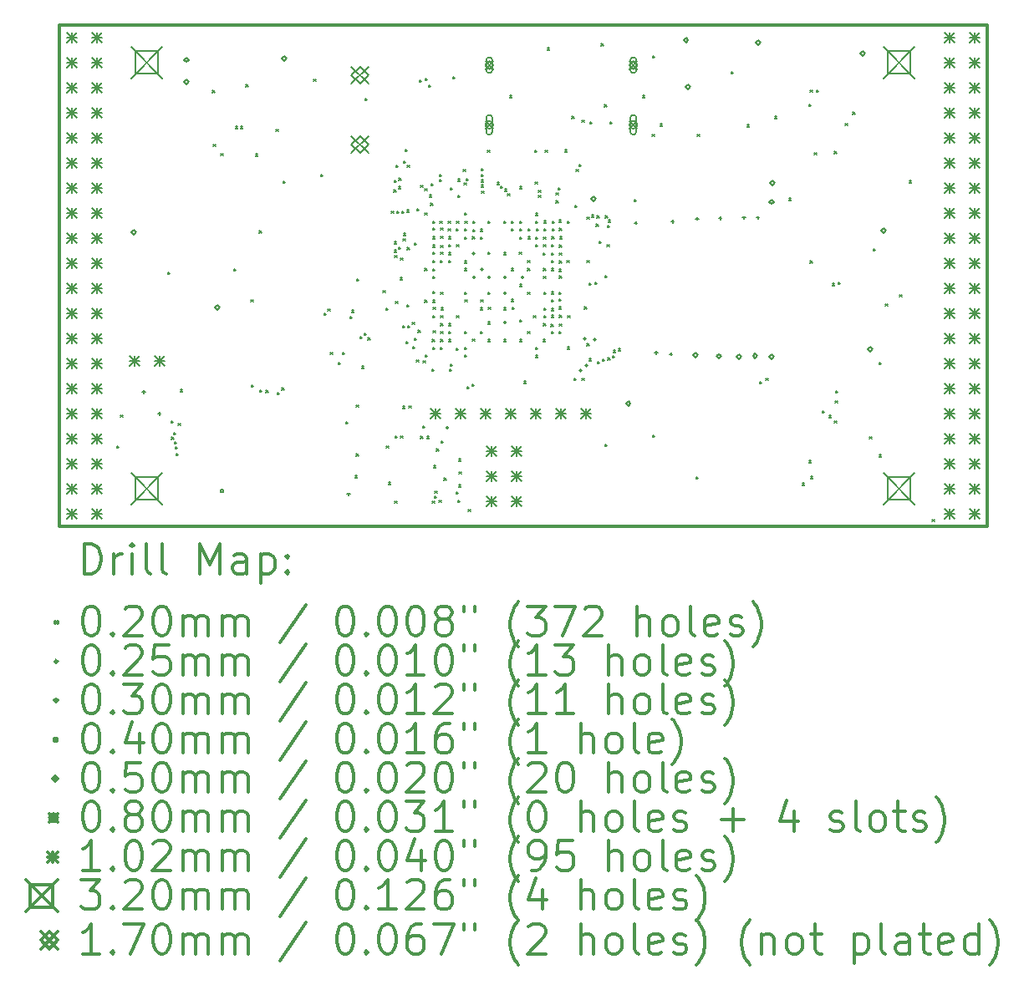
<source format=gbr>
%FSLAX45Y45*%
G04 Gerber Fmt 4.5, Leading zero omitted, Abs format (unit mm)*
G04 Created by KiCad (PCBNEW 4.0.7+dfsg1-1) date Sat Feb 17 11:48:08 2018*
%MOMM*%
%LPD*%
G01*
G04 APERTURE LIST*
%ADD10C,0.127000*%
%ADD11C,0.300000*%
%ADD12C,0.200000*%
G04 APERTURE END LIST*
D10*
D11*
X9410000Y-6142000D02*
X9410000Y-11222000D01*
X18808000Y-6142000D02*
X9410000Y-6142000D01*
X18808000Y-11222000D02*
X18808000Y-6142000D01*
X9410000Y-11222000D02*
X18808000Y-11222000D01*
D12*
X9998000Y-10410000D02*
X10018000Y-10430000D01*
X10018000Y-10410000D02*
X9998000Y-10430000D01*
X10035000Y-10094400D02*
X10055000Y-10114400D01*
X10055000Y-10094400D02*
X10035000Y-10114400D01*
X10514501Y-8649556D02*
X10534501Y-8669556D01*
X10534501Y-8649556D02*
X10514501Y-8669556D01*
X10547276Y-10156132D02*
X10567276Y-10176132D01*
X10567276Y-10156132D02*
X10547276Y-10176132D01*
X10552725Y-10321224D02*
X10572725Y-10341224D01*
X10572725Y-10321224D02*
X10552725Y-10341224D01*
X10571376Y-10271934D02*
X10591376Y-10291934D01*
X10591376Y-10271934D02*
X10571376Y-10291934D01*
X10579560Y-10366582D02*
X10599560Y-10386582D01*
X10599560Y-10366582D02*
X10579560Y-10386582D01*
X10589272Y-10418380D02*
X10609272Y-10438380D01*
X10609272Y-10418380D02*
X10589272Y-10438380D01*
X10598875Y-10487404D02*
X10618875Y-10507404D01*
X10618875Y-10487404D02*
X10598875Y-10507404D01*
X10617613Y-10179347D02*
X10637613Y-10199347D01*
X10637613Y-10179347D02*
X10617613Y-10199347D01*
X10637720Y-9838777D02*
X10657720Y-9858777D01*
X10657720Y-9838777D02*
X10637720Y-9858777D01*
X10966038Y-6807790D02*
X10986038Y-6827790D01*
X10986038Y-6807790D02*
X10966038Y-6827790D01*
X10974000Y-7352000D02*
X10994000Y-7372000D01*
X10994000Y-7352000D02*
X10974000Y-7372000D01*
X11049908Y-7448938D02*
X11069908Y-7468938D01*
X11069908Y-7448938D02*
X11049908Y-7468938D01*
X11179522Y-8615379D02*
X11199522Y-8635379D01*
X11199522Y-8615379D02*
X11179522Y-8635379D01*
X11197485Y-7171053D02*
X11217485Y-7191053D01*
X11217485Y-7171053D02*
X11197485Y-7191053D01*
X11251427Y-7170353D02*
X11271427Y-7190353D01*
X11271427Y-7170353D02*
X11251427Y-7190353D01*
X11305725Y-6746706D02*
X11325725Y-6766706D01*
X11325725Y-6746706D02*
X11305725Y-6766706D01*
X11355800Y-8926000D02*
X11375800Y-8946000D01*
X11375800Y-8926000D02*
X11355800Y-8946000D01*
X11360000Y-9792000D02*
X11380000Y-9812000D01*
X11380000Y-9792000D02*
X11360000Y-9812000D01*
X11400408Y-7451220D02*
X11420408Y-7471220D01*
X11420408Y-7451220D02*
X11400408Y-7471220D01*
X11441393Y-8230943D02*
X11461393Y-8250943D01*
X11461393Y-8230943D02*
X11441393Y-8250943D01*
X11446099Y-9843956D02*
X11466099Y-9863956D01*
X11466099Y-9843956D02*
X11446099Y-9863956D01*
X11509063Y-9847239D02*
X11529063Y-9867239D01*
X11529063Y-9847239D02*
X11509063Y-9867239D01*
X11609800Y-7198800D02*
X11629800Y-7218800D01*
X11629800Y-7198800D02*
X11609800Y-7218800D01*
X11622596Y-9869085D02*
X11642596Y-9889085D01*
X11642596Y-9869085D02*
X11622596Y-9889085D01*
X11670000Y-9822000D02*
X11690000Y-9842000D01*
X11690000Y-9822000D02*
X11670000Y-9842000D01*
X11681293Y-7725516D02*
X11701293Y-7745516D01*
X11701293Y-7725516D02*
X11681293Y-7745516D01*
X11990800Y-6690800D02*
X12010800Y-6710800D01*
X12010800Y-6690800D02*
X11990800Y-6710800D01*
X12063993Y-7659408D02*
X12083993Y-7679408D01*
X12083993Y-7659408D02*
X12063993Y-7679408D01*
X12098833Y-9065379D02*
X12118833Y-9085379D01*
X12118833Y-9065379D02*
X12098833Y-9085379D01*
X12133122Y-9021159D02*
X12153122Y-9041159D01*
X12153122Y-9021159D02*
X12133122Y-9041159D01*
X12158748Y-9461825D02*
X12178748Y-9481825D01*
X12178748Y-9461825D02*
X12158748Y-9481825D01*
X12242792Y-9562590D02*
X12262792Y-9582590D01*
X12262792Y-9562590D02*
X12242792Y-9582590D01*
X12283265Y-9462436D02*
X12303265Y-9482436D01*
X12303265Y-9462436D02*
X12283265Y-9482436D01*
X12317388Y-10161592D02*
X12337388Y-10181592D01*
X12337388Y-10161592D02*
X12317388Y-10181592D01*
X12361487Y-9095738D02*
X12381487Y-9115738D01*
X12381487Y-9095738D02*
X12361487Y-9115738D01*
X12374655Y-9035153D02*
X12394655Y-9055153D01*
X12394655Y-9035153D02*
X12374655Y-9055153D01*
X12410242Y-10710764D02*
X12430242Y-10730764D01*
X12430242Y-10710764D02*
X12410242Y-10730764D01*
X12422216Y-10490236D02*
X12442216Y-10510236D01*
X12442216Y-10490236D02*
X12422216Y-10510236D01*
X12422600Y-9992800D02*
X12442600Y-10012800D01*
X12442600Y-9992800D02*
X12422600Y-10012800D01*
X12426118Y-8717437D02*
X12446118Y-8737437D01*
X12446118Y-8717437D02*
X12426118Y-8737437D01*
X12426118Y-8717437D02*
X12446118Y-8737437D01*
X12446118Y-8717437D02*
X12426118Y-8737437D01*
X12458109Y-9299376D02*
X12478109Y-9319376D01*
X12478109Y-9299376D02*
X12458109Y-9319376D01*
X12474902Y-9600287D02*
X12494902Y-9620287D01*
X12494902Y-9600287D02*
X12474902Y-9620287D01*
X12501033Y-9268800D02*
X12521033Y-9288800D01*
X12521033Y-9268800D02*
X12501033Y-9288800D01*
X12509354Y-6886299D02*
X12529354Y-6906299D01*
X12529354Y-6886299D02*
X12509354Y-6906299D01*
X12542510Y-9313676D02*
X12562510Y-9333676D01*
X12562510Y-9313676D02*
X12542510Y-9333676D01*
X12694005Y-8832641D02*
X12714005Y-8852641D01*
X12714005Y-8832641D02*
X12694005Y-8852641D01*
X12720827Y-9012146D02*
X12740827Y-9032146D01*
X12740827Y-9012146D02*
X12720827Y-9032146D01*
X12728568Y-10410367D02*
X12748568Y-10430367D01*
X12748568Y-10410367D02*
X12728568Y-10430367D01*
X12748660Y-10777504D02*
X12768660Y-10797504D01*
X12768660Y-10777504D02*
X12748660Y-10797504D01*
X12778962Y-8030743D02*
X12798962Y-8050743D01*
X12798962Y-8030743D02*
X12778962Y-8050743D01*
X12802557Y-7813365D02*
X12822557Y-7833365D01*
X12822557Y-7813365D02*
X12802557Y-7833365D01*
X12805201Y-7715784D02*
X12825201Y-7735784D01*
X12825201Y-7715784D02*
X12805201Y-7735784D01*
X12806546Y-8340972D02*
X12826546Y-8360972D01*
X12826546Y-8340972D02*
X12806546Y-8360972D01*
X12808202Y-8425374D02*
X12828202Y-8445374D01*
X12828202Y-8425374D02*
X12808202Y-8445374D01*
X12810769Y-8478012D02*
X12830769Y-8498012D01*
X12830769Y-8478012D02*
X12810769Y-8498012D01*
X12811634Y-10966034D02*
X12831634Y-10986034D01*
X12831634Y-10966034D02*
X12811634Y-10986034D01*
X12818000Y-10310000D02*
X12838000Y-10330000D01*
X12838000Y-10310000D02*
X12818000Y-10330000D01*
X12821209Y-8945692D02*
X12841209Y-8965692D01*
X12841209Y-8945692D02*
X12821209Y-8965692D01*
X12823318Y-7566981D02*
X12843318Y-7586981D01*
X12843318Y-7566981D02*
X12823318Y-7586981D01*
X12831658Y-8029985D02*
X12851658Y-8049985D01*
X12851658Y-8029985D02*
X12831658Y-8049985D01*
X12849054Y-7779404D02*
X12869054Y-7799404D01*
X12869054Y-7779404D02*
X12849054Y-7799404D01*
X12852266Y-8396464D02*
X12872266Y-8416464D01*
X12872266Y-8396464D02*
X12852266Y-8416464D01*
X12854493Y-7695003D02*
X12874493Y-7715003D01*
X12874493Y-7695003D02*
X12854493Y-7715003D01*
X12867665Y-8702786D02*
X12887665Y-8722786D01*
X12887665Y-8702786D02*
X12867665Y-8722786D01*
X12870682Y-10308590D02*
X12890682Y-10328590D01*
X12890682Y-10308590D02*
X12870682Y-10328590D01*
X12872311Y-8505356D02*
X12892311Y-8525356D01*
X12892311Y-8505356D02*
X12872311Y-8525356D01*
X12884359Y-8029973D02*
X12904359Y-8049973D01*
X12904359Y-8029973D02*
X12884359Y-8049973D01*
X12890520Y-10007480D02*
X12910520Y-10027480D01*
X12910520Y-10007480D02*
X12890520Y-10027480D01*
X12892859Y-9188600D02*
X12912859Y-9208600D01*
X12912859Y-9188600D02*
X12892859Y-9208600D01*
X12895438Y-8307924D02*
X12915438Y-8327924D01*
X12915438Y-8307924D02*
X12895438Y-8327924D01*
X12900909Y-8255507D02*
X12920909Y-8275507D01*
X12920909Y-8255507D02*
X12900909Y-8275507D01*
X12902508Y-7521580D02*
X12922508Y-7541580D01*
X12922508Y-7521580D02*
X12902508Y-7541580D01*
X12915222Y-7404246D02*
X12935222Y-7424246D01*
X12935222Y-7404246D02*
X12915222Y-7424246D01*
X12927175Y-9350117D02*
X12947175Y-9370117D01*
X12947175Y-9350117D02*
X12927175Y-9370117D01*
X12934924Y-8977393D02*
X12954924Y-8997393D01*
X12954924Y-8977393D02*
X12934924Y-8997393D01*
X12935799Y-8018511D02*
X12955799Y-8038511D01*
X12955799Y-8018511D02*
X12935799Y-8038511D01*
X12938767Y-8397993D02*
X12958767Y-8417993D01*
X12958767Y-8397993D02*
X12938767Y-8417993D01*
X12939334Y-7563781D02*
X12959334Y-7583781D01*
X12959334Y-7563781D02*
X12939334Y-7583781D01*
X12945560Y-9188599D02*
X12965560Y-9208599D01*
X12965560Y-9188599D02*
X12945560Y-9208599D01*
X12956000Y-10005500D02*
X12976000Y-10025500D01*
X12976000Y-10005500D02*
X12956000Y-10025500D01*
X12988324Y-9156898D02*
X13008324Y-9176898D01*
X13008324Y-9156898D02*
X12988324Y-9176898D01*
X12995333Y-9401321D02*
X13015333Y-9421321D01*
X13015333Y-9401321D02*
X12995333Y-9421321D01*
X13010463Y-8349948D02*
X13030463Y-8369948D01*
X13030463Y-8349948D02*
X13010463Y-8369948D01*
X13011135Y-9318427D02*
X13031135Y-9338427D01*
X13031135Y-9318427D02*
X13011135Y-9338427D01*
X13032200Y-9535600D02*
X13052200Y-9555600D01*
X13052200Y-9535600D02*
X13032200Y-9555600D01*
X13038990Y-8006723D02*
X13058990Y-8026723D01*
X13058990Y-8006723D02*
X13038990Y-8026723D01*
X13048303Y-9237563D02*
X13068303Y-9257563D01*
X13068303Y-9237563D02*
X13048303Y-9257563D01*
X13060488Y-6700556D02*
X13080488Y-6720556D01*
X13080488Y-6700556D02*
X13060488Y-6720556D01*
X13073948Y-10310899D02*
X13093948Y-10330899D01*
X13093948Y-10310899D02*
X13073948Y-10330899D01*
X13075683Y-7768682D02*
X13095683Y-7788682D01*
X13095683Y-7768682D02*
X13075683Y-7788682D01*
X13093907Y-10208700D02*
X13113907Y-10228700D01*
X13113907Y-10208700D02*
X13093907Y-10228700D01*
X13098471Y-9546418D02*
X13118471Y-9566418D01*
X13118471Y-9546418D02*
X13098471Y-9566418D01*
X13115313Y-7803422D02*
X13135313Y-7823422D01*
X13135313Y-7803422D02*
X13115313Y-7823422D01*
X13117530Y-8049575D02*
X13137530Y-8069575D01*
X13137530Y-8049575D02*
X13117530Y-8069575D01*
X13117831Y-8611310D02*
X13137831Y-8631310D01*
X13137831Y-8611310D02*
X13117831Y-8631310D01*
X13117950Y-8930733D02*
X13137950Y-8950733D01*
X13137950Y-8930733D02*
X13117950Y-8950733D01*
X13121616Y-9485914D02*
X13141616Y-9505914D01*
X13141616Y-9485914D02*
X13121616Y-9505914D01*
X13122921Y-6682805D02*
X13142921Y-6702805D01*
X13142921Y-6682805D02*
X13122921Y-6702805D01*
X13135385Y-10310829D02*
X13155385Y-10330829D01*
X13155385Y-10310829D02*
X13135385Y-10330829D01*
X13154409Y-6752000D02*
X13174409Y-6772000D01*
X13174409Y-6752000D02*
X13154409Y-6772000D01*
X13160933Y-7864587D02*
X13180933Y-7884587D01*
X13180933Y-7864587D02*
X13160933Y-7884587D01*
X13174731Y-7948989D02*
X13194731Y-7968989D01*
X13194731Y-7948989D02*
X13174731Y-7968989D01*
X13182329Y-7748485D02*
X13202329Y-7768485D01*
X13202329Y-7748485D02*
X13182329Y-7768485D01*
X13188633Y-9630479D02*
X13208633Y-9650479D01*
X13208633Y-9630479D02*
X13188633Y-9650479D01*
X13192441Y-10966678D02*
X13212441Y-10986678D01*
X13212441Y-10966678D02*
X13192441Y-10986678D01*
X13193199Y-9330000D02*
X13213199Y-9350000D01*
X13213199Y-9330000D02*
X13193199Y-9350000D01*
X13196210Y-8443398D02*
X13216210Y-8463398D01*
X13216210Y-8443398D02*
X13196210Y-8463398D01*
X13197298Y-8527799D02*
X13217298Y-8547799D01*
X13217298Y-8527799D02*
X13197298Y-8547799D01*
X13197562Y-8931064D02*
X13217562Y-8951064D01*
X13217562Y-8931064D02*
X13197562Y-8951064D01*
X13197734Y-9090201D02*
X13217734Y-9110201D01*
X13217734Y-9090201D02*
X13197734Y-9110201D01*
X13197902Y-8288404D02*
X13217902Y-8308404D01*
X13217902Y-8288404D02*
X13197902Y-8308404D01*
X13198000Y-8130000D02*
X13218000Y-8150000D01*
X13218000Y-8130000D02*
X13198000Y-8150000D01*
X13198000Y-8690000D02*
X13218000Y-8710000D01*
X13218000Y-8690000D02*
X13198000Y-8710000D01*
X13198000Y-9410000D02*
X13218000Y-9430000D01*
X13218000Y-9410000D02*
X13198000Y-9430000D01*
X13198001Y-8200333D02*
X13218001Y-8220333D01*
X13218001Y-8200333D02*
X13198001Y-8220333D01*
X13198303Y-8616041D02*
X13218303Y-8636041D01*
X13218303Y-8616041D02*
X13198303Y-8636041D01*
X13198368Y-8372806D02*
X13218368Y-8392806D01*
X13218368Y-8372806D02*
X13198368Y-8392806D01*
X13198405Y-8845827D02*
X13218405Y-8865827D01*
X13218405Y-8845827D02*
X13198405Y-8865827D01*
X13200000Y-9005799D02*
X13220000Y-9025799D01*
X13220000Y-9005799D02*
X13200000Y-9025799D01*
X13201075Y-9242748D02*
X13221075Y-9262748D01*
X13221075Y-9242748D02*
X13201075Y-9262748D01*
X13206286Y-10608587D02*
X13226286Y-10628587D01*
X13226286Y-10608587D02*
X13206286Y-10628587D01*
X13211973Y-10917729D02*
X13231973Y-10937729D01*
X13231973Y-10917729D02*
X13211973Y-10937729D01*
X13218587Y-10865445D02*
X13238587Y-10885445D01*
X13238587Y-10865445D02*
X13218587Y-10885445D01*
X13236800Y-10440341D02*
X13256800Y-10460341D01*
X13256800Y-10440341D02*
X13236800Y-10460341D01*
X13260800Y-10958000D02*
X13280800Y-10978000D01*
X13280800Y-10958000D02*
X13260800Y-10978000D01*
X13263724Y-7657621D02*
X13283724Y-7677621D01*
X13283724Y-7657621D02*
X13263724Y-7677621D01*
X13266117Y-7710267D02*
X13286117Y-7730267D01*
X13286117Y-7710267D02*
X13266117Y-7730267D01*
X13268334Y-8130000D02*
X13288334Y-8150000D01*
X13288334Y-8130000D02*
X13268334Y-8150000D01*
X13273464Y-8527799D02*
X13293464Y-8547799D01*
X13293464Y-8527799D02*
X13273464Y-8547799D01*
X13274623Y-9409707D02*
X13294623Y-9429707D01*
X13294623Y-9409707D02*
X13274623Y-9429707D01*
X13276300Y-8202454D02*
X13296300Y-8222454D01*
X13296300Y-8202454D02*
X13276300Y-8222454D01*
X13277177Y-8443398D02*
X13297177Y-8463398D01*
X13297177Y-8443398D02*
X13277177Y-8463398D01*
X13277261Y-8286855D02*
X13297261Y-8306855D01*
X13297261Y-8286855D02*
X13277261Y-8306855D01*
X13278000Y-8850000D02*
X13298000Y-8870000D01*
X13298000Y-8850000D02*
X13278000Y-8870000D01*
X13278000Y-9090000D02*
X13298000Y-9110000D01*
X13298000Y-9090000D02*
X13278000Y-9110000D01*
X13278000Y-9170000D02*
X13298000Y-9190000D01*
X13298000Y-9170000D02*
X13278000Y-9190000D01*
X13278000Y-9250000D02*
X13298000Y-9270000D01*
X13298000Y-9250000D02*
X13278000Y-9270000D01*
X13278000Y-9330000D02*
X13298000Y-9350000D01*
X13298000Y-9330000D02*
X13278000Y-9350000D01*
X13278089Y-8379783D02*
X13298089Y-8399784D01*
X13298089Y-8379783D02*
X13278089Y-8399784D01*
X13280000Y-9008000D02*
X13300000Y-9028000D01*
X13300000Y-9008000D02*
X13280000Y-9028000D01*
X13283696Y-10361100D02*
X13303696Y-10381100D01*
X13303696Y-10361100D02*
X13283696Y-10381100D01*
X13311600Y-10736500D02*
X13331600Y-10756500D01*
X13331600Y-10736500D02*
X13311600Y-10756500D01*
X13352736Y-8131468D02*
X13372736Y-8151468D01*
X13372736Y-8131468D02*
X13352736Y-8151468D01*
X13354839Y-8209060D02*
X13374839Y-8229060D01*
X13374839Y-8209060D02*
X13354839Y-8229060D01*
X13357194Y-8449520D02*
X13377194Y-8469520D01*
X13377194Y-8449520D02*
X13357194Y-8469520D01*
X13358000Y-8290000D02*
X13378000Y-8310000D01*
X13378000Y-8290000D02*
X13358000Y-8310000D01*
X13358000Y-8370000D02*
X13378000Y-8390000D01*
X13378000Y-8370000D02*
X13358000Y-8390000D01*
X13358000Y-8530000D02*
X13378000Y-8550000D01*
X13378000Y-8530000D02*
X13358000Y-8550000D01*
X13358000Y-9170000D02*
X13378000Y-9190000D01*
X13378000Y-9170000D02*
X13358000Y-9190000D01*
X13358000Y-9250000D02*
X13378000Y-9270000D01*
X13378000Y-9250000D02*
X13358000Y-9270000D01*
X13358548Y-9330230D02*
X13378548Y-9350230D01*
X13378548Y-9330230D02*
X13358548Y-9350230D01*
X13366285Y-9629515D02*
X13386285Y-9649515D01*
X13386285Y-9629515D02*
X13366285Y-9649515D01*
X13375239Y-9577580D02*
X13395239Y-9597580D01*
X13395239Y-9577580D02*
X13375239Y-9597580D01*
X13377602Y-7794713D02*
X13397602Y-7814713D01*
X13397602Y-7794713D02*
X13377602Y-7814713D01*
X13402494Y-6667598D02*
X13422494Y-6687598D01*
X13422494Y-6667598D02*
X13402494Y-6687598D01*
X13433398Y-8208015D02*
X13453398Y-8228015D01*
X13453398Y-8208015D02*
X13433398Y-8228015D01*
X13435582Y-9416717D02*
X13455582Y-9436717D01*
X13455582Y-9416717D02*
X13435582Y-9436717D01*
X13436400Y-10874197D02*
X13456400Y-10894197D01*
X13456400Y-10874197D02*
X13436400Y-10894197D01*
X13437137Y-8130675D02*
X13457137Y-8150675D01*
X13457137Y-8130675D02*
X13437137Y-8150675D01*
X13438000Y-8370000D02*
X13458000Y-8390000D01*
X13458000Y-8370000D02*
X13438000Y-8390000D01*
X13438000Y-9090000D02*
X13458000Y-9110000D01*
X13458000Y-9090000D02*
X13438000Y-9110000D01*
X13451300Y-7871900D02*
X13471300Y-7891900D01*
X13471300Y-7871900D02*
X13451300Y-7891900D01*
X13452909Y-7703051D02*
X13472909Y-7723051D01*
X13472909Y-7703051D02*
X13452909Y-7723051D01*
X13453687Y-10961995D02*
X13473687Y-10981995D01*
X13473687Y-10961995D02*
X13453687Y-10981995D01*
X13457587Y-10803159D02*
X13477587Y-10823159D01*
X13477587Y-10803159D02*
X13457587Y-10823159D01*
X13460735Y-10540845D02*
X13480735Y-10560845D01*
X13480735Y-10540845D02*
X13460735Y-10560845D01*
X13465065Y-10671051D02*
X13485065Y-10691051D01*
X13485065Y-10671051D02*
X13465065Y-10691051D01*
X13507526Y-7608347D02*
X13527526Y-7628347D01*
X13527526Y-7608347D02*
X13507526Y-7628347D01*
X13513546Y-7744852D02*
X13533546Y-7764852D01*
X13533546Y-7744852D02*
X13513546Y-7764852D01*
X13517331Y-8851860D02*
X13537331Y-8871860D01*
X13537331Y-8851860D02*
X13517331Y-8871860D01*
X13517799Y-8209385D02*
X13537799Y-8229385D01*
X13537799Y-8209385D02*
X13517799Y-8229385D01*
X13518000Y-8292201D02*
X13538000Y-8312201D01*
X13538000Y-8292201D02*
X13518000Y-8312201D01*
X13518000Y-8534000D02*
X13538000Y-8554000D01*
X13538000Y-8534000D02*
X13518000Y-8554000D01*
X13518000Y-8610000D02*
X13538000Y-8630000D01*
X13538000Y-8610000D02*
X13518000Y-8630000D01*
X13518000Y-9250000D02*
X13538000Y-9270000D01*
X13538000Y-9250000D02*
X13518000Y-9270000D01*
X13518128Y-8048312D02*
X13538128Y-8068312D01*
X13538128Y-8048312D02*
X13518128Y-8068312D01*
X13518463Y-9488530D02*
X13538463Y-9508530D01*
X13538463Y-9488530D02*
X13518463Y-9508530D01*
X13518862Y-9412562D02*
X13538862Y-9432562D01*
X13538862Y-9412562D02*
X13518862Y-9432562D01*
X13521697Y-8134201D02*
X13541697Y-8154201D01*
X13541697Y-8134201D02*
X13521697Y-8154201D01*
X13524276Y-8928163D02*
X13544276Y-8948163D01*
X13544276Y-8928163D02*
X13524276Y-8948163D01*
X13537310Y-7697813D02*
X13557310Y-7717813D01*
X13557310Y-7697813D02*
X13537310Y-7717813D01*
X13541702Y-9806717D02*
X13561702Y-9826717D01*
X13561702Y-9806717D02*
X13541702Y-9826717D01*
X13555656Y-11051071D02*
X13575656Y-11071071D01*
X13575656Y-11051071D02*
X13555656Y-11071071D01*
X13592822Y-9782273D02*
X13612822Y-9802273D01*
X13612822Y-9782273D02*
X13592822Y-9802273D01*
X13598000Y-8290000D02*
X13618000Y-8310000D01*
X13618000Y-8290000D02*
X13598000Y-8310000D01*
X13599596Y-9326965D02*
X13619596Y-9346965D01*
X13619596Y-9326965D02*
X13599596Y-9346965D01*
X13602455Y-8216004D02*
X13622455Y-8236004D01*
X13622455Y-8216004D02*
X13602455Y-8236004D01*
X13606098Y-8131603D02*
X13626098Y-8151603D01*
X13626098Y-8131603D02*
X13606098Y-8151603D01*
X13678000Y-9250000D02*
X13698000Y-9270000D01*
X13698000Y-9250000D02*
X13678000Y-9270000D01*
X13678517Y-9009483D02*
X13698517Y-9029483D01*
X13698517Y-9009483D02*
X13678517Y-9029483D01*
X13680000Y-8212000D02*
X13700000Y-8232000D01*
X13700000Y-8212000D02*
X13680000Y-8232000D01*
X13680000Y-8292000D02*
X13700000Y-8312000D01*
X13700000Y-8292000D02*
X13680000Y-8312000D01*
X13684453Y-8927346D02*
X13704453Y-8947346D01*
X13704453Y-8927346D02*
X13684453Y-8947346D01*
X13687030Y-7598459D02*
X13707030Y-7618459D01*
X13707030Y-7598459D02*
X13687030Y-7618459D01*
X13689122Y-7711926D02*
X13709122Y-7731926D01*
X13709122Y-7711926D02*
X13689122Y-7731926D01*
X13689122Y-7764665D02*
X13709122Y-7784665D01*
X13709122Y-7764665D02*
X13689122Y-7784665D01*
X13690831Y-7659224D02*
X13710831Y-7679224D01*
X13710831Y-7659224D02*
X13690831Y-7679224D01*
X13692017Y-7825016D02*
X13712017Y-7845016D01*
X13712017Y-7825016D02*
X13692017Y-7845016D01*
X13752023Y-7412176D02*
X13772023Y-7432176D01*
X13772023Y-7412176D02*
X13752023Y-7432176D01*
X13755905Y-9153803D02*
X13775905Y-9173803D01*
X13775905Y-9153803D02*
X13755905Y-9173803D01*
X13758000Y-8130000D02*
X13778000Y-8150000D01*
X13778000Y-8130000D02*
X13758000Y-8150000D01*
X13758000Y-8850000D02*
X13778000Y-8870000D01*
X13778000Y-8850000D02*
X13758000Y-8870000D01*
X13758000Y-9330000D02*
X13778000Y-9350000D01*
X13778000Y-9330000D02*
X13758000Y-9350000D01*
X13758056Y-8443409D02*
X13778056Y-8463409D01*
X13778056Y-8443409D02*
X13758056Y-8463409D01*
X13758900Y-9002299D02*
X13778900Y-9022299D01*
X13778900Y-9002299D02*
X13758900Y-9022299D01*
X13850122Y-7736966D02*
X13870122Y-7756966D01*
X13870122Y-7736966D02*
X13850122Y-7756966D01*
X13882085Y-7778869D02*
X13902085Y-7798869D01*
X13902085Y-7778869D02*
X13882085Y-7798869D01*
X13917252Y-8451135D02*
X13937252Y-8471135D01*
X13937252Y-8451135D02*
X13917252Y-8471135D01*
X13918000Y-8130000D02*
X13938000Y-8150000D01*
X13938000Y-8130000D02*
X13918000Y-8150000D01*
X13918000Y-9330000D02*
X13938000Y-9350000D01*
X13938000Y-9330000D02*
X13918000Y-9350000D01*
X13918580Y-9007769D02*
X13938580Y-9027769D01*
X13938580Y-9007769D02*
X13918580Y-9027769D01*
X13927996Y-7804746D02*
X13947996Y-7824746D01*
X13947996Y-7804746D02*
X13927996Y-7824746D01*
X13955542Y-7850837D02*
X13975542Y-7870837D01*
X13975542Y-7850837D02*
X13955542Y-7870837D01*
X13976437Y-6856567D02*
X13996437Y-6876567D01*
X13996437Y-6856567D02*
X13976437Y-6876567D01*
X13991460Y-8609297D02*
X14011460Y-8629297D01*
X14011460Y-8609297D02*
X13991460Y-8629297D01*
X13992898Y-8210000D02*
X14012898Y-8230000D01*
X14012898Y-8210000D02*
X13992898Y-8230000D01*
X13993599Y-8130000D02*
X14013599Y-8150000D01*
X14013599Y-8130000D02*
X13993599Y-8150000D01*
X13993894Y-8925097D02*
X14013894Y-8945097D01*
X14013894Y-8925097D02*
X13993894Y-8945097D01*
X13999489Y-9002299D02*
X14019489Y-9022299D01*
X14019489Y-9002299D02*
X13999489Y-9022299D01*
X14073600Y-8443400D02*
X14093600Y-8463400D01*
X14093600Y-8443400D02*
X14073600Y-8463400D01*
X14075799Y-7779404D02*
X14095799Y-7799404D01*
X14095799Y-7779404D02*
X14075799Y-7799404D01*
X14076133Y-8294127D02*
X14096133Y-8314127D01*
X14096133Y-8294127D02*
X14076133Y-8314127D01*
X14077299Y-8207716D02*
X14097299Y-8227716D01*
X14097299Y-8207716D02*
X14077299Y-8227716D01*
X14077419Y-9133335D02*
X14097419Y-9153335D01*
X14097419Y-9133335D02*
X14077419Y-9153335D01*
X14078000Y-8130000D02*
X14098000Y-8150000D01*
X14098000Y-8130000D02*
X14078000Y-8150000D01*
X14078000Y-9330000D02*
X14098000Y-9350000D01*
X14098000Y-9330000D02*
X14078000Y-9350000D01*
X14079623Y-8771623D02*
X14099623Y-8791623D01*
X14099623Y-8771623D02*
X14079623Y-8791623D01*
X14118066Y-9754201D02*
X14138066Y-9774201D01*
X14138066Y-9754201D02*
X14118066Y-9774201D01*
X14158000Y-8530000D02*
X14178000Y-8550000D01*
X14178000Y-8530000D02*
X14158000Y-8550000D01*
X14158000Y-8610000D02*
X14178000Y-8630000D01*
X14178000Y-8610000D02*
X14158000Y-8630000D01*
X14158000Y-8850000D02*
X14178000Y-8870000D01*
X14178000Y-8850000D02*
X14158000Y-8870000D01*
X14158000Y-9250000D02*
X14178000Y-9270000D01*
X14178000Y-9250000D02*
X14158000Y-9270000D01*
X14162701Y-8209494D02*
X14182701Y-8229494D01*
X14182701Y-8209494D02*
X14162701Y-8229494D01*
X14162701Y-8289887D02*
X14182701Y-8309887D01*
X14182701Y-8289887D02*
X14162701Y-8309887D01*
X14217799Y-9090000D02*
X14237799Y-9110000D01*
X14237799Y-9090000D02*
X14217799Y-9110000D01*
X14229099Y-7413615D02*
X14249099Y-7433615D01*
X14249099Y-7413615D02*
X14229099Y-7433615D01*
X14235236Y-7735268D02*
X14255236Y-7755268D01*
X14255236Y-7735268D02*
X14235236Y-7755268D01*
X14236000Y-8052000D02*
X14256000Y-8072000D01*
X14256000Y-8052000D02*
X14236000Y-8072000D01*
X14236000Y-8132000D02*
X14256000Y-8152000D01*
X14256000Y-8132000D02*
X14236000Y-8152000D01*
X14236000Y-8292000D02*
X14256000Y-8312000D01*
X14256000Y-8292000D02*
X14236000Y-8312000D01*
X14238000Y-8370000D02*
X14258000Y-8390000D01*
X14258000Y-8370000D02*
X14238000Y-8390000D01*
X14238000Y-9410000D02*
X14258000Y-9430000D01*
X14258000Y-9410000D02*
X14238000Y-9430000D01*
X14238000Y-9490000D02*
X14258000Y-9510000D01*
X14258000Y-9490000D02*
X14238000Y-9510000D01*
X14247102Y-8210435D02*
X14267102Y-8230435D01*
X14267102Y-8210435D02*
X14247102Y-8230435D01*
X14266674Y-7818161D02*
X14286674Y-7838161D01*
X14286674Y-7818161D02*
X14266674Y-7838161D01*
X14267384Y-7870857D02*
X14287384Y-7890857D01*
X14287384Y-7870857D02*
X14267384Y-7890857D01*
X14316000Y-8452000D02*
X14336000Y-8472000D01*
X14336000Y-8452000D02*
X14316000Y-8472000D01*
X14316969Y-9331491D02*
X14336969Y-9351491D01*
X14336969Y-9331491D02*
X14316969Y-9351491D01*
X14318000Y-8370000D02*
X14338000Y-8390000D01*
X14338000Y-8370000D02*
X14318000Y-8390000D01*
X14318000Y-8690000D02*
X14338000Y-8710000D01*
X14338000Y-8690000D02*
X14318000Y-8710000D01*
X14318000Y-9170000D02*
X14338000Y-9190000D01*
X14338000Y-9170000D02*
X14318000Y-9190000D01*
X14318740Y-8294201D02*
X14338740Y-8314201D01*
X14338740Y-8294201D02*
X14318740Y-8314201D01*
X14320000Y-8612000D02*
X14340000Y-8632000D01*
X14340000Y-8612000D02*
X14320000Y-8632000D01*
X14322201Y-8849503D02*
X14342201Y-8869503D01*
X14342201Y-8849503D02*
X14322201Y-8869503D01*
X14322201Y-9010195D02*
X14342201Y-9030195D01*
X14342201Y-9010195D02*
X14322201Y-9030195D01*
X14322201Y-9090066D02*
X14342201Y-9110066D01*
X14342201Y-9090066D02*
X14322201Y-9110066D01*
X14323103Y-8127729D02*
X14343103Y-8147729D01*
X14343103Y-8127729D02*
X14323103Y-8147729D01*
X14323265Y-8209799D02*
X14343265Y-8229799D01*
X14343265Y-8209799D02*
X14323265Y-8229799D01*
X14335701Y-7411913D02*
X14355701Y-7431913D01*
X14355701Y-7411913D02*
X14335701Y-7431913D01*
X14355067Y-6376252D02*
X14375067Y-6396252D01*
X14375067Y-6376252D02*
X14355067Y-6396252D01*
X14396483Y-9177765D02*
X14416483Y-9197765D01*
X14416483Y-9177765D02*
X14396483Y-9197765D01*
X14397624Y-8929530D02*
X14417624Y-8949530D01*
X14417624Y-8929530D02*
X14397624Y-8949530D01*
X14397701Y-9016697D02*
X14417701Y-9036697D01*
X14417701Y-9016697D02*
X14397701Y-9036697D01*
X14398000Y-8610000D02*
X14418000Y-8630000D01*
X14418000Y-8610000D02*
X14398000Y-8630000D01*
X14398000Y-9085650D02*
X14418000Y-9105650D01*
X14418000Y-9085650D02*
X14398000Y-9105650D01*
X14398283Y-8848451D02*
X14418283Y-8868451D01*
X14418283Y-8848451D02*
X14398283Y-8868451D01*
X14400201Y-8529722D02*
X14420201Y-8549722D01*
X14420201Y-8529722D02*
X14400201Y-8549722D01*
X14400319Y-8367799D02*
X14420319Y-8387799D01*
X14420319Y-8367799D02*
X14400319Y-8387799D01*
X14400350Y-8456040D02*
X14420350Y-8476040D01*
X14420350Y-8456040D02*
X14400350Y-8476040D01*
X14401325Y-9248876D02*
X14421325Y-9268876D01*
X14421325Y-9248876D02*
X14401325Y-9268876D01*
X14403141Y-8290000D02*
X14423141Y-8310000D01*
X14423141Y-8290000D02*
X14403141Y-8310000D01*
X14407504Y-8129877D02*
X14427504Y-8149877D01*
X14427504Y-8129877D02*
X14407504Y-8149877D01*
X14407666Y-8210000D02*
X14427666Y-8230000D01*
X14427666Y-8210000D02*
X14407666Y-8230000D01*
X14446889Y-7841762D02*
X14466889Y-7861762D01*
X14466889Y-7841762D02*
X14446889Y-7861762D01*
X14446889Y-7926163D02*
X14466889Y-7946163D01*
X14466889Y-7926163D02*
X14446889Y-7946163D01*
X14468609Y-7793745D02*
X14488609Y-7813745D01*
X14488609Y-7793745D02*
X14468609Y-7813745D01*
X14475581Y-8916848D02*
X14495581Y-8936848D01*
X14495581Y-8916848D02*
X14475581Y-8936848D01*
X14476724Y-9001248D02*
X14496724Y-9021248D01*
X14496724Y-9001248D02*
X14476724Y-9021248D01*
X14477515Y-8619275D02*
X14497515Y-8639275D01*
X14497515Y-8619275D02*
X14477515Y-8639275D01*
X14477765Y-8852201D02*
X14497765Y-8872201D01*
X14497765Y-8852201D02*
X14477765Y-8872201D01*
X14478001Y-8120333D02*
X14498001Y-8140333D01*
X14498001Y-8120333D02*
X14478001Y-8140333D01*
X14478235Y-9247799D02*
X14498235Y-9267799D01*
X14498235Y-9247799D02*
X14478235Y-9267799D01*
X14478812Y-8204734D02*
X14498812Y-8224734D01*
X14498812Y-8204734D02*
X14478812Y-8224734D01*
X14478935Y-8534874D02*
X14498935Y-8554874D01*
X14498935Y-8534874D02*
X14478935Y-8554874D01*
X14479432Y-8687756D02*
X14499432Y-8707756D01*
X14499432Y-8687756D02*
X14479432Y-8707756D01*
X14479670Y-8373537D02*
X14499670Y-8393537D01*
X14499670Y-8373537D02*
X14479670Y-8393537D01*
X14480000Y-9172000D02*
X14500000Y-9192000D01*
X14500000Y-9172000D02*
X14480000Y-9192000D01*
X14480294Y-9085650D02*
X14500294Y-9105650D01*
X14500294Y-9085650D02*
X14480294Y-9105650D01*
X14481241Y-8453582D02*
X14501241Y-8473582D01*
X14501241Y-8453582D02*
X14481241Y-8473582D01*
X14481689Y-8289136D02*
X14501689Y-8309136D01*
X14501689Y-8289136D02*
X14481689Y-8309136D01*
X14537553Y-7408939D02*
X14557553Y-7428939D01*
X14557553Y-7408939D02*
X14537553Y-7428939D01*
X14557281Y-8529606D02*
X14577281Y-8549606D01*
X14577281Y-8529606D02*
X14557281Y-8549606D01*
X14558000Y-8130512D02*
X14578000Y-8150512D01*
X14578000Y-8130512D02*
X14558000Y-8150512D01*
X14559124Y-9406675D02*
X14579124Y-9426675D01*
X14579124Y-9406675D02*
X14559124Y-9426675D01*
X14565987Y-9091018D02*
X14585987Y-9111018D01*
X14585987Y-9091018D02*
X14565987Y-9111018D01*
X14608000Y-7070000D02*
X14628000Y-7090000D01*
X14628000Y-7070000D02*
X14608000Y-7090000D01*
X14629479Y-9723392D02*
X14649479Y-9743392D01*
X14649479Y-9723392D02*
X14629479Y-9743392D01*
X14638141Y-7971938D02*
X14658141Y-7991938D01*
X14658141Y-7971938D02*
X14638141Y-7991938D01*
X14648744Y-7607406D02*
X14668744Y-7627406D01*
X14668744Y-7607406D02*
X14648744Y-7627406D01*
X14680145Y-7555491D02*
X14700145Y-7575491D01*
X14700145Y-7555491D02*
X14680145Y-7575491D01*
X14707598Y-9723392D02*
X14727598Y-9743392D01*
X14727598Y-9723392D02*
X14707598Y-9743392D01*
X14708600Y-7110000D02*
X14728600Y-7130000D01*
X14728600Y-7110000D02*
X14708600Y-7130000D01*
X14733095Y-9001248D02*
X14753095Y-9021248D01*
X14753095Y-9001248D02*
X14733095Y-9021248D01*
X14758739Y-8527409D02*
X14778739Y-8547409D01*
X14778739Y-8527409D02*
X14758739Y-8547409D01*
X14758831Y-8088311D02*
X14778831Y-8108311D01*
X14778831Y-8088311D02*
X14758831Y-8108311D01*
X14760000Y-9372000D02*
X14780000Y-9392000D01*
X14780000Y-9372000D02*
X14760000Y-9392000D01*
X14781079Y-8758342D02*
X14801079Y-8778342D01*
X14801079Y-8758342D02*
X14781079Y-8778342D01*
X14782886Y-9523902D02*
X14802886Y-9543902D01*
X14802886Y-9523902D02*
X14782886Y-9543902D01*
X14788315Y-7124708D02*
X14808315Y-7144708D01*
X14808315Y-7124708D02*
X14788315Y-7144708D01*
X14807525Y-8068155D02*
X14827525Y-8088155D01*
X14827525Y-8068155D02*
X14807525Y-8088155D01*
X14838354Y-8750817D02*
X14858354Y-8770817D01*
X14858354Y-8750817D02*
X14838354Y-8770817D01*
X14851066Y-8160586D02*
X14871066Y-8180586D01*
X14871066Y-8160586D02*
X14851066Y-8180586D01*
X14859611Y-8076185D02*
X14879611Y-8096185D01*
X14879611Y-8076185D02*
X14859611Y-8096185D01*
X14864798Y-9556963D02*
X14884798Y-9576963D01*
X14884798Y-9556963D02*
X14864798Y-9576963D01*
X14882151Y-8334201D02*
X14902151Y-8354201D01*
X14902151Y-8334201D02*
X14882151Y-8354201D01*
X14903412Y-6332405D02*
X14923412Y-6352405D01*
X14923412Y-6332405D02*
X14903412Y-6352405D01*
X14918439Y-9527799D02*
X14938439Y-9547799D01*
X14938439Y-9527799D02*
X14918439Y-9547799D01*
X14937595Y-6951968D02*
X14957595Y-6971968D01*
X14957595Y-6951968D02*
X14937595Y-6971968D01*
X14939522Y-10390910D02*
X14959522Y-10410910D01*
X14959522Y-10390910D02*
X14939522Y-10410910D01*
X14943392Y-8680994D02*
X14963392Y-8700994D01*
X14963392Y-8680994D02*
X14943392Y-8700994D01*
X14944975Y-8076843D02*
X14964975Y-8096843D01*
X14964975Y-8076843D02*
X14944975Y-8096843D01*
X14963249Y-8370769D02*
X14983249Y-8390769D01*
X14983249Y-8370769D02*
X14963249Y-8390769D01*
X14967169Y-8172566D02*
X14987169Y-8192566D01*
X14987169Y-8172566D02*
X14967169Y-8192566D01*
X14969589Y-9515108D02*
X14989589Y-9535108D01*
X14989589Y-9515108D02*
X14969589Y-9535108D01*
X14974647Y-8120398D02*
X14994647Y-8140398D01*
X14994647Y-8120398D02*
X14974647Y-8140398D01*
X14993085Y-7123185D02*
X15013085Y-7143185D01*
X15013085Y-7123185D02*
X14993085Y-7143185D01*
X15017890Y-9494025D02*
X15037890Y-9514025D01*
X15037890Y-9494025D02*
X15017890Y-9514025D01*
X15024597Y-9441753D02*
X15044597Y-9461753D01*
X15044597Y-9441753D02*
X15024597Y-9461753D01*
X15078921Y-9423257D02*
X15098921Y-9443257D01*
X15098921Y-9423257D02*
X15078921Y-9443257D01*
X15239707Y-7909347D02*
X15259707Y-7929347D01*
X15259707Y-7909347D02*
X15239707Y-7929347D01*
X15319711Y-6856567D02*
X15339711Y-6876567D01*
X15339711Y-6856567D02*
X15319711Y-6876567D01*
X15419800Y-7249600D02*
X15439800Y-7269600D01*
X15439800Y-7249600D02*
X15419800Y-7269600D01*
X15421762Y-10299573D02*
X15441762Y-10319573D01*
X15441762Y-10299573D02*
X15421762Y-10319573D01*
X15422933Y-6454377D02*
X15442933Y-6474377D01*
X15442933Y-6454377D02*
X15422933Y-6474377D01*
X15501528Y-7146346D02*
X15521528Y-7166346D01*
X15521528Y-7146346D02*
X15501528Y-7166346D01*
X15861665Y-10722518D02*
X15881665Y-10742518D01*
X15881665Y-10722518D02*
X15861665Y-10742518D01*
X15877000Y-7249600D02*
X15897000Y-7269600D01*
X15897000Y-7249600D02*
X15877000Y-7269600D01*
X16217147Y-6618496D02*
X16237147Y-6638496D01*
X16237147Y-6618496D02*
X16217147Y-6638496D01*
X16380885Y-7155186D02*
X16400885Y-7175186D01*
X16400885Y-7155186D02*
X16380885Y-7175186D01*
X16507059Y-9756632D02*
X16527059Y-9776632D01*
X16527059Y-9756632D02*
X16507059Y-9776632D01*
X16570337Y-9724488D02*
X16590337Y-9744488D01*
X16590337Y-9724488D02*
X16570337Y-9744488D01*
X16657891Y-7070355D02*
X16677891Y-7090355D01*
X16677891Y-7070355D02*
X16657891Y-7090355D01*
X16806644Y-7900804D02*
X16826644Y-7920804D01*
X16826644Y-7900804D02*
X16806644Y-7920804D01*
X16940659Y-10785373D02*
X16960659Y-10805373D01*
X16960659Y-10785373D02*
X16940659Y-10805373D01*
X17005773Y-10556635D02*
X17025773Y-10576635D01*
X17025773Y-10556635D02*
X17005773Y-10576635D01*
X17008296Y-6947101D02*
X17028296Y-6967101D01*
X17028296Y-6947101D02*
X17008296Y-6967101D01*
X17020000Y-6805100D02*
X17040000Y-6825100D01*
X17040000Y-6805100D02*
X17020000Y-6825100D01*
X17020954Y-8534153D02*
X17040954Y-8554153D01*
X17040954Y-8534153D02*
X17020954Y-8554153D01*
X17026290Y-10718620D02*
X17046290Y-10738620D01*
X17046290Y-10718620D02*
X17026290Y-10738620D01*
X17063590Y-7436498D02*
X17083590Y-7456498D01*
X17083590Y-7436498D02*
X17063590Y-7456498D01*
X17085000Y-6802556D02*
X17105000Y-6822556D01*
X17105000Y-6802556D02*
X17085000Y-6822556D01*
X17144030Y-10054574D02*
X17164030Y-10074574D01*
X17164030Y-10054574D02*
X17144030Y-10074574D01*
X17209336Y-10100566D02*
X17229336Y-10120566D01*
X17229336Y-10100566D02*
X17209336Y-10120566D01*
X17246454Y-8762201D02*
X17266454Y-8782201D01*
X17266454Y-8762201D02*
X17246454Y-8782201D01*
X17264664Y-7424799D02*
X17284664Y-7444799D01*
X17284664Y-7424799D02*
X17264664Y-7444799D01*
X17266127Y-10155168D02*
X17286127Y-10175168D01*
X17286127Y-10155168D02*
X17266127Y-10175168D01*
X17273463Y-9949992D02*
X17293463Y-9969992D01*
X17293463Y-9949992D02*
X17273463Y-9969992D01*
X17277992Y-9851865D02*
X17297992Y-9871865D01*
X17297992Y-9851865D02*
X17277992Y-9871865D01*
X17303795Y-8749428D02*
X17323795Y-8769428D01*
X17323795Y-8749428D02*
X17303795Y-8769428D01*
X17375600Y-7143899D02*
X17395600Y-7163899D01*
X17395600Y-7143899D02*
X17375600Y-7163899D01*
X17451151Y-7026702D02*
X17471151Y-7046702D01*
X17471151Y-7026702D02*
X17451151Y-7046702D01*
X17620559Y-10317981D02*
X17640559Y-10337981D01*
X17640559Y-10317981D02*
X17620559Y-10337981D01*
X17660000Y-8412000D02*
X17680000Y-8432000D01*
X17680000Y-8412000D02*
X17660000Y-8432000D01*
X17717400Y-10497912D02*
X17737400Y-10517912D01*
X17737400Y-10497912D02*
X17717400Y-10517912D01*
X17718500Y-9561000D02*
X17738500Y-9581000D01*
X17738500Y-9561000D02*
X17718500Y-9581000D01*
X17782698Y-8971206D02*
X17802698Y-8991206D01*
X17802698Y-8971206D02*
X17782698Y-8991206D01*
X17925151Y-8876833D02*
X17945151Y-8896833D01*
X17945151Y-8876833D02*
X17925151Y-8896833D01*
X18024078Y-7721693D02*
X18044078Y-7741693D01*
X18044078Y-7721693D02*
X18024078Y-7741693D01*
X18257515Y-11153763D02*
X18277515Y-11173763D01*
X18277515Y-11153763D02*
X18257515Y-11173763D01*
X13357629Y-10223262D02*
G75*
G03X13357629Y-10223262I-12700J0D01*
G01*
X13620700Y-8460000D02*
G75*
G03X13620700Y-8460000I-12700J0D01*
G01*
X13623799Y-8699540D02*
G75*
G03X13623799Y-8699540I-12700J0D01*
G01*
X13706511Y-8619631D02*
G75*
G03X13706511Y-8619631I-12700J0D01*
G01*
X13780700Y-8700000D02*
G75*
G03X13780700Y-8700000I-12700J0D01*
G01*
X13939164Y-9161521D02*
G75*
G03X13939164Y-9161521I-12700J0D01*
G01*
X13940700Y-8700000D02*
G75*
G03X13940700Y-8700000I-12700J0D01*
G01*
X13940700Y-8860000D02*
G75*
G03X13940700Y-8860000I-12700J0D01*
G01*
X14116986Y-8699500D02*
G75*
G03X14116986Y-8699500I-12700J0D01*
G01*
X14706928Y-9645206D02*
G75*
G03X14706928Y-9645206I-12700J0D01*
G01*
X14747089Y-9321713D02*
G75*
G03X14747089Y-9321713I-12700J0D01*
G01*
X14766147Y-9591326D02*
G75*
G03X14766147Y-9591326I-12700J0D01*
G01*
X14847601Y-9332231D02*
G75*
G03X14847601Y-9332231I-12700J0D01*
G01*
X10271005Y-9844495D02*
X10271005Y-9874495D01*
X10256005Y-9859495D02*
X10286005Y-9859495D01*
X10426000Y-10064000D02*
X10426000Y-10094000D01*
X10411000Y-10079000D02*
X10441000Y-10079000D01*
X12343700Y-10882200D02*
X12343700Y-10912200D01*
X12328700Y-10897200D02*
X12358700Y-10897200D01*
X15252594Y-8131387D02*
X15252594Y-8161387D01*
X15237594Y-8146387D02*
X15267594Y-8146387D01*
X15459390Y-9445795D02*
X15459390Y-9475795D01*
X15444390Y-9460795D02*
X15474390Y-9460795D01*
X15608824Y-9461298D02*
X15608824Y-9491298D01*
X15593824Y-9476298D02*
X15623824Y-9476298D01*
X15626277Y-8119937D02*
X15626277Y-8149937D01*
X15611277Y-8134937D02*
X15641277Y-8134937D01*
X15873113Y-8089893D02*
X15873113Y-8119893D01*
X15858113Y-8104893D02*
X15888113Y-8104893D01*
X16107576Y-8084202D02*
X16107576Y-8114202D01*
X16092576Y-8099202D02*
X16122576Y-8099202D01*
X16346298Y-8079243D02*
X16346298Y-8109243D01*
X16331298Y-8094243D02*
X16361298Y-8094243D01*
X16488287Y-8078899D02*
X16488287Y-8108899D01*
X16473287Y-8093899D02*
X16503287Y-8093899D01*
X11073534Y-10877788D02*
X11073534Y-10849504D01*
X11045249Y-10849504D01*
X11045249Y-10877788D01*
X11073534Y-10877788D01*
X10170789Y-8267318D02*
X10195789Y-8242318D01*
X10170789Y-8217318D01*
X10145789Y-8242318D01*
X10170789Y-8267318D01*
X10697481Y-6520397D02*
X10722481Y-6495397D01*
X10697481Y-6470397D01*
X10672481Y-6495397D01*
X10697481Y-6520397D01*
X10702149Y-6747812D02*
X10727149Y-6722812D01*
X10702149Y-6697812D01*
X10677149Y-6722812D01*
X10702149Y-6747812D01*
X11012889Y-9027815D02*
X11037889Y-9002815D01*
X11012889Y-8977815D01*
X10987889Y-9002815D01*
X11012889Y-9027815D01*
X11688050Y-6505294D02*
X11713050Y-6480294D01*
X11688050Y-6455294D01*
X11663050Y-6480294D01*
X11688050Y-6505294D01*
X14826839Y-7930002D02*
X14851839Y-7905002D01*
X14826839Y-7880002D01*
X14801839Y-7905002D01*
X14826839Y-7930002D01*
X15175800Y-10002400D02*
X15200800Y-9977400D01*
X15175800Y-9952400D01*
X15150800Y-9977400D01*
X15175800Y-10002400D01*
X15760000Y-6319400D02*
X15785000Y-6294400D01*
X15760000Y-6269400D01*
X15735000Y-6294400D01*
X15760000Y-6319400D01*
X15780757Y-6791927D02*
X15805757Y-6766927D01*
X15780757Y-6741927D01*
X15755757Y-6766927D01*
X15780757Y-6791927D01*
X15853999Y-9511877D02*
X15878999Y-9486877D01*
X15853999Y-9461877D01*
X15828999Y-9486877D01*
X15853999Y-9511877D01*
X16090540Y-9525644D02*
X16115540Y-9500644D01*
X16090540Y-9475644D01*
X16065540Y-9500644D01*
X16090540Y-9525644D01*
X16295610Y-9532849D02*
X16320610Y-9507849D01*
X16295610Y-9482849D01*
X16270610Y-9507849D01*
X16295610Y-9532849D01*
X16462573Y-9523247D02*
X16487573Y-9498247D01*
X16462573Y-9473247D01*
X16437573Y-9498247D01*
X16462573Y-9523247D01*
X16494701Y-6344407D02*
X16519701Y-6319407D01*
X16494701Y-6294407D01*
X16469701Y-6319407D01*
X16494701Y-6344407D01*
X16624896Y-7959841D02*
X16649896Y-7934841D01*
X16624896Y-7909841D01*
X16599896Y-7934841D01*
X16624896Y-7959841D01*
X16628469Y-9527515D02*
X16653469Y-9502515D01*
X16628469Y-9477515D01*
X16603469Y-9502515D01*
X16628469Y-9527515D01*
X16634336Y-7772799D02*
X16659336Y-7747799D01*
X16634336Y-7722799D01*
X16609336Y-7747799D01*
X16634336Y-7772799D01*
X17549457Y-6457256D02*
X17574457Y-6432256D01*
X17549457Y-6407256D01*
X17524457Y-6432256D01*
X17549457Y-6457256D01*
X17625494Y-9453846D02*
X17650494Y-9428846D01*
X17625494Y-9403846D01*
X17600494Y-9428846D01*
X17625494Y-9453846D01*
X17765844Y-8253135D02*
X17790844Y-8228135D01*
X17765844Y-8203135D01*
X17740844Y-8228135D01*
X17765844Y-8253135D01*
X13728000Y-6510000D02*
X13808000Y-6590000D01*
X13808000Y-6510000D02*
X13728000Y-6590000D01*
X13808000Y-6550000D02*
G75*
G03X13808000Y-6550000I-40000J0D01*
G01*
X13738000Y-6500000D02*
X13738000Y-6600000D01*
X13798000Y-6500000D02*
X13798000Y-6600000D01*
X13738000Y-6600000D02*
G75*
G03X13798000Y-6600000I30000J0D01*
G01*
X13798000Y-6500000D02*
G75*
G03X13738000Y-6500000I-30000J0D01*
G01*
X13728000Y-7115000D02*
X13808000Y-7195000D01*
X13808000Y-7115000D02*
X13728000Y-7195000D01*
X13808000Y-7155000D02*
G75*
G03X13808000Y-7155000I-40000J0D01*
G01*
X13738000Y-7085000D02*
X13738000Y-7225000D01*
X13798000Y-7085000D02*
X13798000Y-7225000D01*
X13738000Y-7225000D02*
G75*
G03X13798000Y-7225000I30000J0D01*
G01*
X13798000Y-7085000D02*
G75*
G03X13738000Y-7085000I-30000J0D01*
G01*
X15188000Y-6510000D02*
X15268000Y-6590000D01*
X15268000Y-6510000D02*
X15188000Y-6590000D01*
X15268000Y-6550000D02*
G75*
G03X15268000Y-6550000I-40000J0D01*
G01*
X15198000Y-6500000D02*
X15198000Y-6600000D01*
X15258000Y-6500000D02*
X15258000Y-6600000D01*
X15198000Y-6600000D02*
G75*
G03X15258000Y-6600000I30000J0D01*
G01*
X15258000Y-6500000D02*
G75*
G03X15198000Y-6500000I-30000J0D01*
G01*
X15188000Y-7115000D02*
X15268000Y-7195000D01*
X15268000Y-7115000D02*
X15188000Y-7195000D01*
X15268000Y-7155000D02*
G75*
G03X15268000Y-7155000I-40000J0D01*
G01*
X15198000Y-7085000D02*
X15198000Y-7225000D01*
X15258000Y-7085000D02*
X15258000Y-7225000D01*
X15198000Y-7225000D02*
G75*
G03X15258000Y-7225000I30000J0D01*
G01*
X15258000Y-7085000D02*
G75*
G03X15198000Y-7085000I-30000J0D01*
G01*
X9486200Y-6218200D02*
X9587800Y-6319800D01*
X9587800Y-6218200D02*
X9486200Y-6319800D01*
X9537000Y-6218200D02*
X9537000Y-6319800D01*
X9486200Y-6269000D02*
X9587800Y-6269000D01*
X9486200Y-6472200D02*
X9587800Y-6573800D01*
X9587800Y-6472200D02*
X9486200Y-6573800D01*
X9537000Y-6472200D02*
X9537000Y-6573800D01*
X9486200Y-6523000D02*
X9587800Y-6523000D01*
X9486200Y-6726200D02*
X9587800Y-6827800D01*
X9587800Y-6726200D02*
X9486200Y-6827800D01*
X9537000Y-6726200D02*
X9537000Y-6827800D01*
X9486200Y-6777000D02*
X9587800Y-6777000D01*
X9486200Y-6980200D02*
X9587800Y-7081800D01*
X9587800Y-6980200D02*
X9486200Y-7081800D01*
X9537000Y-6980200D02*
X9537000Y-7081800D01*
X9486200Y-7031000D02*
X9587800Y-7031000D01*
X9486200Y-7234200D02*
X9587800Y-7335800D01*
X9587800Y-7234200D02*
X9486200Y-7335800D01*
X9537000Y-7234200D02*
X9537000Y-7335800D01*
X9486200Y-7285000D02*
X9587800Y-7285000D01*
X9486200Y-7488200D02*
X9587800Y-7589800D01*
X9587800Y-7488200D02*
X9486200Y-7589800D01*
X9537000Y-7488200D02*
X9537000Y-7589800D01*
X9486200Y-7539000D02*
X9587800Y-7539000D01*
X9486200Y-7742200D02*
X9587800Y-7843800D01*
X9587800Y-7742200D02*
X9486200Y-7843800D01*
X9537000Y-7742200D02*
X9537000Y-7843800D01*
X9486200Y-7793000D02*
X9587800Y-7793000D01*
X9486200Y-7996200D02*
X9587800Y-8097800D01*
X9587800Y-7996200D02*
X9486200Y-8097800D01*
X9537000Y-7996200D02*
X9537000Y-8097800D01*
X9486200Y-8047000D02*
X9587800Y-8047000D01*
X9486200Y-8250200D02*
X9587800Y-8351800D01*
X9587800Y-8250200D02*
X9486200Y-8351800D01*
X9537000Y-8250200D02*
X9537000Y-8351800D01*
X9486200Y-8301000D02*
X9587800Y-8301000D01*
X9486200Y-8504200D02*
X9587800Y-8605800D01*
X9587800Y-8504200D02*
X9486200Y-8605800D01*
X9537000Y-8504200D02*
X9537000Y-8605800D01*
X9486200Y-8555000D02*
X9587800Y-8555000D01*
X9486200Y-8758200D02*
X9587800Y-8859800D01*
X9587800Y-8758200D02*
X9486200Y-8859800D01*
X9537000Y-8758200D02*
X9537000Y-8859800D01*
X9486200Y-8809000D02*
X9587800Y-8809000D01*
X9486200Y-9012200D02*
X9587800Y-9113800D01*
X9587800Y-9012200D02*
X9486200Y-9113800D01*
X9537000Y-9012200D02*
X9537000Y-9113800D01*
X9486200Y-9063000D02*
X9587800Y-9063000D01*
X9486200Y-9266200D02*
X9587800Y-9367800D01*
X9587800Y-9266200D02*
X9486200Y-9367800D01*
X9537000Y-9266200D02*
X9537000Y-9367800D01*
X9486200Y-9317000D02*
X9587800Y-9317000D01*
X9486200Y-9520200D02*
X9587800Y-9621800D01*
X9587800Y-9520200D02*
X9486200Y-9621800D01*
X9537000Y-9520200D02*
X9537000Y-9621800D01*
X9486200Y-9571000D02*
X9587800Y-9571000D01*
X9486200Y-9774200D02*
X9587800Y-9875800D01*
X9587800Y-9774200D02*
X9486200Y-9875800D01*
X9537000Y-9774200D02*
X9537000Y-9875800D01*
X9486200Y-9825000D02*
X9587800Y-9825000D01*
X9486200Y-10028200D02*
X9587800Y-10129800D01*
X9587800Y-10028200D02*
X9486200Y-10129800D01*
X9537000Y-10028200D02*
X9537000Y-10129800D01*
X9486200Y-10079000D02*
X9587800Y-10079000D01*
X9486200Y-10282200D02*
X9587800Y-10383800D01*
X9587800Y-10282200D02*
X9486200Y-10383800D01*
X9537000Y-10282200D02*
X9537000Y-10383800D01*
X9486200Y-10333000D02*
X9587800Y-10333000D01*
X9486200Y-10536200D02*
X9587800Y-10637800D01*
X9587800Y-10536200D02*
X9486200Y-10637800D01*
X9537000Y-10536200D02*
X9537000Y-10637800D01*
X9486200Y-10587000D02*
X9587800Y-10587000D01*
X9486200Y-10790200D02*
X9587800Y-10891800D01*
X9587800Y-10790200D02*
X9486200Y-10891800D01*
X9537000Y-10790200D02*
X9537000Y-10891800D01*
X9486200Y-10841000D02*
X9587800Y-10841000D01*
X9486200Y-11044200D02*
X9587800Y-11145800D01*
X9587800Y-11044200D02*
X9486200Y-11145800D01*
X9537000Y-11044200D02*
X9537000Y-11145800D01*
X9486200Y-11095000D02*
X9587800Y-11095000D01*
X9740200Y-6218200D02*
X9841800Y-6319800D01*
X9841800Y-6218200D02*
X9740200Y-6319800D01*
X9791000Y-6218200D02*
X9791000Y-6319800D01*
X9740200Y-6269000D02*
X9841800Y-6269000D01*
X9740200Y-6472200D02*
X9841800Y-6573800D01*
X9841800Y-6472200D02*
X9740200Y-6573800D01*
X9791000Y-6472200D02*
X9791000Y-6573800D01*
X9740200Y-6523000D02*
X9841800Y-6523000D01*
X9740200Y-6726200D02*
X9841800Y-6827800D01*
X9841800Y-6726200D02*
X9740200Y-6827800D01*
X9791000Y-6726200D02*
X9791000Y-6827800D01*
X9740200Y-6777000D02*
X9841800Y-6777000D01*
X9740200Y-6980200D02*
X9841800Y-7081800D01*
X9841800Y-6980200D02*
X9740200Y-7081800D01*
X9791000Y-6980200D02*
X9791000Y-7081800D01*
X9740200Y-7031000D02*
X9841800Y-7031000D01*
X9740200Y-7234200D02*
X9841800Y-7335800D01*
X9841800Y-7234200D02*
X9740200Y-7335800D01*
X9791000Y-7234200D02*
X9791000Y-7335800D01*
X9740200Y-7285000D02*
X9841800Y-7285000D01*
X9740200Y-7488200D02*
X9841800Y-7589800D01*
X9841800Y-7488200D02*
X9740200Y-7589800D01*
X9791000Y-7488200D02*
X9791000Y-7589800D01*
X9740200Y-7539000D02*
X9841800Y-7539000D01*
X9740200Y-7742200D02*
X9841800Y-7843800D01*
X9841800Y-7742200D02*
X9740200Y-7843800D01*
X9791000Y-7742200D02*
X9791000Y-7843800D01*
X9740200Y-7793000D02*
X9841800Y-7793000D01*
X9740200Y-7996200D02*
X9841800Y-8097800D01*
X9841800Y-7996200D02*
X9740200Y-8097800D01*
X9791000Y-7996200D02*
X9791000Y-8097800D01*
X9740200Y-8047000D02*
X9841800Y-8047000D01*
X9740200Y-8250200D02*
X9841800Y-8351800D01*
X9841800Y-8250200D02*
X9740200Y-8351800D01*
X9791000Y-8250200D02*
X9791000Y-8351800D01*
X9740200Y-8301000D02*
X9841800Y-8301000D01*
X9740200Y-8504200D02*
X9841800Y-8605800D01*
X9841800Y-8504200D02*
X9740200Y-8605800D01*
X9791000Y-8504200D02*
X9791000Y-8605800D01*
X9740200Y-8555000D02*
X9841800Y-8555000D01*
X9740200Y-8758200D02*
X9841800Y-8859800D01*
X9841800Y-8758200D02*
X9740200Y-8859800D01*
X9791000Y-8758200D02*
X9791000Y-8859800D01*
X9740200Y-8809000D02*
X9841800Y-8809000D01*
X9740200Y-9012200D02*
X9841800Y-9113800D01*
X9841800Y-9012200D02*
X9740200Y-9113800D01*
X9791000Y-9012200D02*
X9791000Y-9113800D01*
X9740200Y-9063000D02*
X9841800Y-9063000D01*
X9740200Y-9266200D02*
X9841800Y-9367800D01*
X9841800Y-9266200D02*
X9740200Y-9367800D01*
X9791000Y-9266200D02*
X9791000Y-9367800D01*
X9740200Y-9317000D02*
X9841800Y-9317000D01*
X9740200Y-9520200D02*
X9841800Y-9621800D01*
X9841800Y-9520200D02*
X9740200Y-9621800D01*
X9791000Y-9520200D02*
X9791000Y-9621800D01*
X9740200Y-9571000D02*
X9841800Y-9571000D01*
X9740200Y-9774200D02*
X9841800Y-9875800D01*
X9841800Y-9774200D02*
X9740200Y-9875800D01*
X9791000Y-9774200D02*
X9791000Y-9875800D01*
X9740200Y-9825000D02*
X9841800Y-9825000D01*
X9740200Y-10028200D02*
X9841800Y-10129800D01*
X9841800Y-10028200D02*
X9740200Y-10129800D01*
X9791000Y-10028200D02*
X9791000Y-10129800D01*
X9740200Y-10079000D02*
X9841800Y-10079000D01*
X9740200Y-10282200D02*
X9841800Y-10383800D01*
X9841800Y-10282200D02*
X9740200Y-10383800D01*
X9791000Y-10282200D02*
X9791000Y-10383800D01*
X9740200Y-10333000D02*
X9841800Y-10333000D01*
X9740200Y-10536200D02*
X9841800Y-10637800D01*
X9841800Y-10536200D02*
X9740200Y-10637800D01*
X9791000Y-10536200D02*
X9791000Y-10637800D01*
X9740200Y-10587000D02*
X9841800Y-10587000D01*
X9740200Y-10790200D02*
X9841800Y-10891800D01*
X9841800Y-10790200D02*
X9740200Y-10891800D01*
X9791000Y-10790200D02*
X9791000Y-10891800D01*
X9740200Y-10841000D02*
X9841800Y-10841000D01*
X9740200Y-11044200D02*
X9841800Y-11145800D01*
X9841800Y-11044200D02*
X9740200Y-11145800D01*
X9791000Y-11044200D02*
X9791000Y-11145800D01*
X9740200Y-11095000D02*
X9841800Y-11095000D01*
X10121200Y-9494800D02*
X10222800Y-9596400D01*
X10222800Y-9494800D02*
X10121200Y-9596400D01*
X10172000Y-9494800D02*
X10172000Y-9596400D01*
X10121200Y-9545600D02*
X10222800Y-9545600D01*
X10375200Y-9494800D02*
X10476800Y-9596400D01*
X10476800Y-9494800D02*
X10375200Y-9596400D01*
X10426000Y-9494800D02*
X10426000Y-9596400D01*
X10375200Y-9545600D02*
X10476800Y-9545600D01*
X13169200Y-10028200D02*
X13270800Y-10129800D01*
X13270800Y-10028200D02*
X13169200Y-10129800D01*
X13220000Y-10028200D02*
X13220000Y-10129800D01*
X13169200Y-10079000D02*
X13270800Y-10079000D01*
X13423200Y-10028200D02*
X13524800Y-10129800D01*
X13524800Y-10028200D02*
X13423200Y-10129800D01*
X13474000Y-10028200D02*
X13474000Y-10129800D01*
X13423200Y-10079000D02*
X13524800Y-10079000D01*
X13677200Y-10028200D02*
X13778800Y-10129800D01*
X13778800Y-10028200D02*
X13677200Y-10129800D01*
X13728000Y-10028200D02*
X13728000Y-10129800D01*
X13677200Y-10079000D02*
X13778800Y-10079000D01*
X13740700Y-10409200D02*
X13842300Y-10510800D01*
X13842300Y-10409200D02*
X13740700Y-10510800D01*
X13791500Y-10409200D02*
X13791500Y-10510800D01*
X13740700Y-10460000D02*
X13842300Y-10460000D01*
X13740700Y-10663200D02*
X13842300Y-10764800D01*
X13842300Y-10663200D02*
X13740700Y-10764800D01*
X13791500Y-10663200D02*
X13791500Y-10764800D01*
X13740700Y-10714000D02*
X13842300Y-10714000D01*
X13740700Y-10917200D02*
X13842300Y-11018800D01*
X13842300Y-10917200D02*
X13740700Y-11018800D01*
X13791500Y-10917200D02*
X13791500Y-11018800D01*
X13740700Y-10968000D02*
X13842300Y-10968000D01*
X13931200Y-10028200D02*
X14032800Y-10129800D01*
X14032800Y-10028200D02*
X13931200Y-10129800D01*
X13982000Y-10028200D02*
X13982000Y-10129800D01*
X13931200Y-10079000D02*
X14032800Y-10079000D01*
X13994700Y-10409200D02*
X14096300Y-10510800D01*
X14096300Y-10409200D02*
X13994700Y-10510800D01*
X14045500Y-10409200D02*
X14045500Y-10510800D01*
X13994700Y-10460000D02*
X14096300Y-10460000D01*
X13994700Y-10663200D02*
X14096300Y-10764800D01*
X14096300Y-10663200D02*
X13994700Y-10764800D01*
X14045500Y-10663200D02*
X14045500Y-10764800D01*
X13994700Y-10714000D02*
X14096300Y-10714000D01*
X13994700Y-10917200D02*
X14096300Y-11018800D01*
X14096300Y-10917200D02*
X13994700Y-11018800D01*
X14045500Y-10917200D02*
X14045500Y-11018800D01*
X13994700Y-10968000D02*
X14096300Y-10968000D01*
X14185200Y-10028200D02*
X14286800Y-10129800D01*
X14286800Y-10028200D02*
X14185200Y-10129800D01*
X14236000Y-10028200D02*
X14236000Y-10129800D01*
X14185200Y-10079000D02*
X14286800Y-10079000D01*
X14439200Y-10028200D02*
X14540800Y-10129800D01*
X14540800Y-10028200D02*
X14439200Y-10129800D01*
X14490000Y-10028200D02*
X14490000Y-10129800D01*
X14439200Y-10079000D02*
X14540800Y-10079000D01*
X14693200Y-10028200D02*
X14794800Y-10129800D01*
X14794800Y-10028200D02*
X14693200Y-10129800D01*
X14744000Y-10028200D02*
X14744000Y-10129800D01*
X14693200Y-10079000D02*
X14794800Y-10079000D01*
X18376200Y-6218200D02*
X18477800Y-6319800D01*
X18477800Y-6218200D02*
X18376200Y-6319800D01*
X18427000Y-6218200D02*
X18427000Y-6319800D01*
X18376200Y-6269000D02*
X18477800Y-6269000D01*
X18376200Y-6472200D02*
X18477800Y-6573800D01*
X18477800Y-6472200D02*
X18376200Y-6573800D01*
X18427000Y-6472200D02*
X18427000Y-6573800D01*
X18376200Y-6523000D02*
X18477800Y-6523000D01*
X18376200Y-6726200D02*
X18477800Y-6827800D01*
X18477800Y-6726200D02*
X18376200Y-6827800D01*
X18427000Y-6726200D02*
X18427000Y-6827800D01*
X18376200Y-6777000D02*
X18477800Y-6777000D01*
X18376200Y-6980200D02*
X18477800Y-7081800D01*
X18477800Y-6980200D02*
X18376200Y-7081800D01*
X18427000Y-6980200D02*
X18427000Y-7081800D01*
X18376200Y-7031000D02*
X18477800Y-7031000D01*
X18376200Y-7234200D02*
X18477800Y-7335800D01*
X18477800Y-7234200D02*
X18376200Y-7335800D01*
X18427000Y-7234200D02*
X18427000Y-7335800D01*
X18376200Y-7285000D02*
X18477800Y-7285000D01*
X18376200Y-7488200D02*
X18477800Y-7589800D01*
X18477800Y-7488200D02*
X18376200Y-7589800D01*
X18427000Y-7488200D02*
X18427000Y-7589800D01*
X18376200Y-7539000D02*
X18477800Y-7539000D01*
X18376200Y-7742200D02*
X18477800Y-7843800D01*
X18477800Y-7742200D02*
X18376200Y-7843800D01*
X18427000Y-7742200D02*
X18427000Y-7843800D01*
X18376200Y-7793000D02*
X18477800Y-7793000D01*
X18376200Y-7996200D02*
X18477800Y-8097800D01*
X18477800Y-7996200D02*
X18376200Y-8097800D01*
X18427000Y-7996200D02*
X18427000Y-8097800D01*
X18376200Y-8047000D02*
X18477800Y-8047000D01*
X18376200Y-8250200D02*
X18477800Y-8351800D01*
X18477800Y-8250200D02*
X18376200Y-8351800D01*
X18427000Y-8250200D02*
X18427000Y-8351800D01*
X18376200Y-8301000D02*
X18477800Y-8301000D01*
X18376200Y-8504200D02*
X18477800Y-8605800D01*
X18477800Y-8504200D02*
X18376200Y-8605800D01*
X18427000Y-8504200D02*
X18427000Y-8605800D01*
X18376200Y-8555000D02*
X18477800Y-8555000D01*
X18376200Y-8758200D02*
X18477800Y-8859800D01*
X18477800Y-8758200D02*
X18376200Y-8859800D01*
X18427000Y-8758200D02*
X18427000Y-8859800D01*
X18376200Y-8809000D02*
X18477800Y-8809000D01*
X18376200Y-9012200D02*
X18477800Y-9113800D01*
X18477800Y-9012200D02*
X18376200Y-9113800D01*
X18427000Y-9012200D02*
X18427000Y-9113800D01*
X18376200Y-9063000D02*
X18477800Y-9063000D01*
X18376200Y-9266200D02*
X18477800Y-9367800D01*
X18477800Y-9266200D02*
X18376200Y-9367800D01*
X18427000Y-9266200D02*
X18427000Y-9367800D01*
X18376200Y-9317000D02*
X18477800Y-9317000D01*
X18376200Y-9520200D02*
X18477800Y-9621800D01*
X18477800Y-9520200D02*
X18376200Y-9621800D01*
X18427000Y-9520200D02*
X18427000Y-9621800D01*
X18376200Y-9571000D02*
X18477800Y-9571000D01*
X18376200Y-9774200D02*
X18477800Y-9875800D01*
X18477800Y-9774200D02*
X18376200Y-9875800D01*
X18427000Y-9774200D02*
X18427000Y-9875800D01*
X18376200Y-9825000D02*
X18477800Y-9825000D01*
X18376200Y-10028200D02*
X18477800Y-10129800D01*
X18477800Y-10028200D02*
X18376200Y-10129800D01*
X18427000Y-10028200D02*
X18427000Y-10129800D01*
X18376200Y-10079000D02*
X18477800Y-10079000D01*
X18376200Y-10282200D02*
X18477800Y-10383800D01*
X18477800Y-10282200D02*
X18376200Y-10383800D01*
X18427000Y-10282200D02*
X18427000Y-10383800D01*
X18376200Y-10333000D02*
X18477800Y-10333000D01*
X18376200Y-10536200D02*
X18477800Y-10637800D01*
X18477800Y-10536200D02*
X18376200Y-10637800D01*
X18427000Y-10536200D02*
X18427000Y-10637800D01*
X18376200Y-10587000D02*
X18477800Y-10587000D01*
X18376200Y-10790200D02*
X18477800Y-10891800D01*
X18477800Y-10790200D02*
X18376200Y-10891800D01*
X18427000Y-10790200D02*
X18427000Y-10891800D01*
X18376200Y-10841000D02*
X18477800Y-10841000D01*
X18376200Y-11044200D02*
X18477800Y-11145800D01*
X18477800Y-11044200D02*
X18376200Y-11145800D01*
X18427000Y-11044200D02*
X18427000Y-11145800D01*
X18376200Y-11095000D02*
X18477800Y-11095000D01*
X18630200Y-6218200D02*
X18731800Y-6319800D01*
X18731800Y-6218200D02*
X18630200Y-6319800D01*
X18681000Y-6218200D02*
X18681000Y-6319800D01*
X18630200Y-6269000D02*
X18731800Y-6269000D01*
X18630200Y-6472200D02*
X18731800Y-6573800D01*
X18731800Y-6472200D02*
X18630200Y-6573800D01*
X18681000Y-6472200D02*
X18681000Y-6573800D01*
X18630200Y-6523000D02*
X18731800Y-6523000D01*
X18630200Y-6726200D02*
X18731800Y-6827800D01*
X18731800Y-6726200D02*
X18630200Y-6827800D01*
X18681000Y-6726200D02*
X18681000Y-6827800D01*
X18630200Y-6777000D02*
X18731800Y-6777000D01*
X18630200Y-6980200D02*
X18731800Y-7081800D01*
X18731800Y-6980200D02*
X18630200Y-7081800D01*
X18681000Y-6980200D02*
X18681000Y-7081800D01*
X18630200Y-7031000D02*
X18731800Y-7031000D01*
X18630200Y-7234200D02*
X18731800Y-7335800D01*
X18731800Y-7234200D02*
X18630200Y-7335800D01*
X18681000Y-7234200D02*
X18681000Y-7335800D01*
X18630200Y-7285000D02*
X18731800Y-7285000D01*
X18630200Y-7488200D02*
X18731800Y-7589800D01*
X18731800Y-7488200D02*
X18630200Y-7589800D01*
X18681000Y-7488200D02*
X18681000Y-7589800D01*
X18630200Y-7539000D02*
X18731800Y-7539000D01*
X18630200Y-7742200D02*
X18731800Y-7843800D01*
X18731800Y-7742200D02*
X18630200Y-7843800D01*
X18681000Y-7742200D02*
X18681000Y-7843800D01*
X18630200Y-7793000D02*
X18731800Y-7793000D01*
X18630200Y-7996200D02*
X18731800Y-8097800D01*
X18731800Y-7996200D02*
X18630200Y-8097800D01*
X18681000Y-7996200D02*
X18681000Y-8097800D01*
X18630200Y-8047000D02*
X18731800Y-8047000D01*
X18630200Y-8250200D02*
X18731800Y-8351800D01*
X18731800Y-8250200D02*
X18630200Y-8351800D01*
X18681000Y-8250200D02*
X18681000Y-8351800D01*
X18630200Y-8301000D02*
X18731800Y-8301000D01*
X18630200Y-8504200D02*
X18731800Y-8605800D01*
X18731800Y-8504200D02*
X18630200Y-8605800D01*
X18681000Y-8504200D02*
X18681000Y-8605800D01*
X18630200Y-8555000D02*
X18731800Y-8555000D01*
X18630200Y-8758200D02*
X18731800Y-8859800D01*
X18731800Y-8758200D02*
X18630200Y-8859800D01*
X18681000Y-8758200D02*
X18681000Y-8859800D01*
X18630200Y-8809000D02*
X18731800Y-8809000D01*
X18630200Y-9012200D02*
X18731800Y-9113800D01*
X18731800Y-9012200D02*
X18630200Y-9113800D01*
X18681000Y-9012200D02*
X18681000Y-9113800D01*
X18630200Y-9063000D02*
X18731800Y-9063000D01*
X18630200Y-9266200D02*
X18731800Y-9367800D01*
X18731800Y-9266200D02*
X18630200Y-9367800D01*
X18681000Y-9266200D02*
X18681000Y-9367800D01*
X18630200Y-9317000D02*
X18731800Y-9317000D01*
X18630200Y-9520200D02*
X18731800Y-9621800D01*
X18731800Y-9520200D02*
X18630200Y-9621800D01*
X18681000Y-9520200D02*
X18681000Y-9621800D01*
X18630200Y-9571000D02*
X18731800Y-9571000D01*
X18630200Y-9774200D02*
X18731800Y-9875800D01*
X18731800Y-9774200D02*
X18630200Y-9875800D01*
X18681000Y-9774200D02*
X18681000Y-9875800D01*
X18630200Y-9825000D02*
X18731800Y-9825000D01*
X18630200Y-10028200D02*
X18731800Y-10129800D01*
X18731800Y-10028200D02*
X18630200Y-10129800D01*
X18681000Y-10028200D02*
X18681000Y-10129800D01*
X18630200Y-10079000D02*
X18731800Y-10079000D01*
X18630200Y-10282200D02*
X18731800Y-10383800D01*
X18731800Y-10282200D02*
X18630200Y-10383800D01*
X18681000Y-10282200D02*
X18681000Y-10383800D01*
X18630200Y-10333000D02*
X18731800Y-10333000D01*
X18630200Y-10536200D02*
X18731800Y-10637800D01*
X18731800Y-10536200D02*
X18630200Y-10637800D01*
X18681000Y-10536200D02*
X18681000Y-10637800D01*
X18630200Y-10587000D02*
X18731800Y-10587000D01*
X18630200Y-10790200D02*
X18731800Y-10891800D01*
X18731800Y-10790200D02*
X18630200Y-10891800D01*
X18681000Y-10790200D02*
X18681000Y-10891800D01*
X18630200Y-10841000D02*
X18731800Y-10841000D01*
X18630200Y-11044200D02*
X18731800Y-11145800D01*
X18731800Y-11044200D02*
X18630200Y-11145800D01*
X18681000Y-11044200D02*
X18681000Y-11145800D01*
X18630200Y-11095000D02*
X18731800Y-11095000D01*
X10139000Y-6363000D02*
X10459000Y-6683000D01*
X10459000Y-6363000D02*
X10139000Y-6683000D01*
X10412138Y-6636138D02*
X10412138Y-6409862D01*
X10185862Y-6409862D01*
X10185862Y-6636138D01*
X10412138Y-6636138D01*
X10139000Y-10681000D02*
X10459000Y-11001000D01*
X10459000Y-10681000D02*
X10139000Y-11001000D01*
X10412138Y-10954138D02*
X10412138Y-10727862D01*
X10185862Y-10727862D01*
X10185862Y-10954138D01*
X10412138Y-10954138D01*
X17759000Y-6363000D02*
X18079000Y-6683000D01*
X18079000Y-6363000D02*
X17759000Y-6683000D01*
X18032138Y-6636138D02*
X18032138Y-6409862D01*
X17805862Y-6409862D01*
X17805862Y-6636138D01*
X18032138Y-6636138D01*
X17759000Y-10681000D02*
X18079000Y-11001000D01*
X18079000Y-10681000D02*
X17759000Y-11001000D01*
X18032138Y-10954138D02*
X18032138Y-10727862D01*
X17805862Y-10727862D01*
X17805862Y-10954138D01*
X18032138Y-10954138D01*
X12373000Y-6569800D02*
X12543000Y-6739800D01*
X12543000Y-6569800D02*
X12373000Y-6739800D01*
X12458000Y-6739800D02*
X12543000Y-6654800D01*
X12458000Y-6569800D01*
X12373000Y-6654800D01*
X12458000Y-6739800D01*
X12373000Y-7269800D02*
X12543000Y-7439800D01*
X12543000Y-7269800D02*
X12373000Y-7439800D01*
X12458000Y-7439800D02*
X12543000Y-7354800D01*
X12458000Y-7269800D01*
X12373000Y-7354800D01*
X12458000Y-7439800D01*
D11*
X9666429Y-11702714D02*
X9666429Y-11402714D01*
X9737857Y-11402714D01*
X9780714Y-11417000D01*
X9809286Y-11445571D01*
X9823571Y-11474143D01*
X9837857Y-11531286D01*
X9837857Y-11574143D01*
X9823571Y-11631286D01*
X9809286Y-11659857D01*
X9780714Y-11688429D01*
X9737857Y-11702714D01*
X9666429Y-11702714D01*
X9966429Y-11702714D02*
X9966429Y-11502714D01*
X9966429Y-11559857D02*
X9980714Y-11531286D01*
X9995000Y-11517000D01*
X10023571Y-11502714D01*
X10052143Y-11502714D01*
X10152143Y-11702714D02*
X10152143Y-11502714D01*
X10152143Y-11402714D02*
X10137857Y-11417000D01*
X10152143Y-11431286D01*
X10166429Y-11417000D01*
X10152143Y-11402714D01*
X10152143Y-11431286D01*
X10337857Y-11702714D02*
X10309286Y-11688429D01*
X10295000Y-11659857D01*
X10295000Y-11402714D01*
X10495000Y-11702714D02*
X10466429Y-11688429D01*
X10452143Y-11659857D01*
X10452143Y-11402714D01*
X10837857Y-11702714D02*
X10837857Y-11402714D01*
X10937857Y-11617000D01*
X11037857Y-11402714D01*
X11037857Y-11702714D01*
X11309286Y-11702714D02*
X11309286Y-11545571D01*
X11295000Y-11517000D01*
X11266428Y-11502714D01*
X11209286Y-11502714D01*
X11180714Y-11517000D01*
X11309286Y-11688429D02*
X11280714Y-11702714D01*
X11209286Y-11702714D01*
X11180714Y-11688429D01*
X11166429Y-11659857D01*
X11166429Y-11631286D01*
X11180714Y-11602714D01*
X11209286Y-11588429D01*
X11280714Y-11588429D01*
X11309286Y-11574143D01*
X11452143Y-11502714D02*
X11452143Y-11802714D01*
X11452143Y-11517000D02*
X11480714Y-11502714D01*
X11537857Y-11502714D01*
X11566428Y-11517000D01*
X11580714Y-11531286D01*
X11595000Y-11559857D01*
X11595000Y-11645571D01*
X11580714Y-11674143D01*
X11566428Y-11688429D01*
X11537857Y-11702714D01*
X11480714Y-11702714D01*
X11452143Y-11688429D01*
X11723571Y-11674143D02*
X11737857Y-11688429D01*
X11723571Y-11702714D01*
X11709286Y-11688429D01*
X11723571Y-11674143D01*
X11723571Y-11702714D01*
X11723571Y-11517000D02*
X11737857Y-11531286D01*
X11723571Y-11545571D01*
X11709286Y-11531286D01*
X11723571Y-11517000D01*
X11723571Y-11545571D01*
X9375000Y-12187000D02*
X9395000Y-12207000D01*
X9395000Y-12187000D02*
X9375000Y-12207000D01*
X9723571Y-12032714D02*
X9752143Y-12032714D01*
X9780714Y-12047000D01*
X9795000Y-12061286D01*
X9809286Y-12089857D01*
X9823571Y-12147000D01*
X9823571Y-12218429D01*
X9809286Y-12275571D01*
X9795000Y-12304143D01*
X9780714Y-12318429D01*
X9752143Y-12332714D01*
X9723571Y-12332714D01*
X9695000Y-12318429D01*
X9680714Y-12304143D01*
X9666429Y-12275571D01*
X9652143Y-12218429D01*
X9652143Y-12147000D01*
X9666429Y-12089857D01*
X9680714Y-12061286D01*
X9695000Y-12047000D01*
X9723571Y-12032714D01*
X9952143Y-12304143D02*
X9966429Y-12318429D01*
X9952143Y-12332714D01*
X9937857Y-12318429D01*
X9952143Y-12304143D01*
X9952143Y-12332714D01*
X10080714Y-12061286D02*
X10095000Y-12047000D01*
X10123571Y-12032714D01*
X10195000Y-12032714D01*
X10223571Y-12047000D01*
X10237857Y-12061286D01*
X10252143Y-12089857D01*
X10252143Y-12118429D01*
X10237857Y-12161286D01*
X10066428Y-12332714D01*
X10252143Y-12332714D01*
X10437857Y-12032714D02*
X10466429Y-12032714D01*
X10495000Y-12047000D01*
X10509286Y-12061286D01*
X10523571Y-12089857D01*
X10537857Y-12147000D01*
X10537857Y-12218429D01*
X10523571Y-12275571D01*
X10509286Y-12304143D01*
X10495000Y-12318429D01*
X10466429Y-12332714D01*
X10437857Y-12332714D01*
X10409286Y-12318429D01*
X10395000Y-12304143D01*
X10380714Y-12275571D01*
X10366429Y-12218429D01*
X10366429Y-12147000D01*
X10380714Y-12089857D01*
X10395000Y-12061286D01*
X10409286Y-12047000D01*
X10437857Y-12032714D01*
X10666429Y-12332714D02*
X10666429Y-12132714D01*
X10666429Y-12161286D02*
X10680714Y-12147000D01*
X10709286Y-12132714D01*
X10752143Y-12132714D01*
X10780714Y-12147000D01*
X10795000Y-12175571D01*
X10795000Y-12332714D01*
X10795000Y-12175571D02*
X10809286Y-12147000D01*
X10837857Y-12132714D01*
X10880714Y-12132714D01*
X10909286Y-12147000D01*
X10923571Y-12175571D01*
X10923571Y-12332714D01*
X11066429Y-12332714D02*
X11066429Y-12132714D01*
X11066429Y-12161286D02*
X11080714Y-12147000D01*
X11109286Y-12132714D01*
X11152143Y-12132714D01*
X11180714Y-12147000D01*
X11195000Y-12175571D01*
X11195000Y-12332714D01*
X11195000Y-12175571D02*
X11209286Y-12147000D01*
X11237857Y-12132714D01*
X11280714Y-12132714D01*
X11309286Y-12147000D01*
X11323571Y-12175571D01*
X11323571Y-12332714D01*
X11909286Y-12018429D02*
X11652143Y-12404143D01*
X12295000Y-12032714D02*
X12323571Y-12032714D01*
X12352143Y-12047000D01*
X12366428Y-12061286D01*
X12380714Y-12089857D01*
X12395000Y-12147000D01*
X12395000Y-12218429D01*
X12380714Y-12275571D01*
X12366428Y-12304143D01*
X12352143Y-12318429D01*
X12323571Y-12332714D01*
X12295000Y-12332714D01*
X12266428Y-12318429D01*
X12252143Y-12304143D01*
X12237857Y-12275571D01*
X12223571Y-12218429D01*
X12223571Y-12147000D01*
X12237857Y-12089857D01*
X12252143Y-12061286D01*
X12266428Y-12047000D01*
X12295000Y-12032714D01*
X12523571Y-12304143D02*
X12537857Y-12318429D01*
X12523571Y-12332714D01*
X12509286Y-12318429D01*
X12523571Y-12304143D01*
X12523571Y-12332714D01*
X12723571Y-12032714D02*
X12752143Y-12032714D01*
X12780714Y-12047000D01*
X12795000Y-12061286D01*
X12809285Y-12089857D01*
X12823571Y-12147000D01*
X12823571Y-12218429D01*
X12809285Y-12275571D01*
X12795000Y-12304143D01*
X12780714Y-12318429D01*
X12752143Y-12332714D01*
X12723571Y-12332714D01*
X12695000Y-12318429D01*
X12680714Y-12304143D01*
X12666428Y-12275571D01*
X12652143Y-12218429D01*
X12652143Y-12147000D01*
X12666428Y-12089857D01*
X12680714Y-12061286D01*
X12695000Y-12047000D01*
X12723571Y-12032714D01*
X13009285Y-12032714D02*
X13037857Y-12032714D01*
X13066428Y-12047000D01*
X13080714Y-12061286D01*
X13095000Y-12089857D01*
X13109285Y-12147000D01*
X13109285Y-12218429D01*
X13095000Y-12275571D01*
X13080714Y-12304143D01*
X13066428Y-12318429D01*
X13037857Y-12332714D01*
X13009285Y-12332714D01*
X12980714Y-12318429D01*
X12966428Y-12304143D01*
X12952143Y-12275571D01*
X12937857Y-12218429D01*
X12937857Y-12147000D01*
X12952143Y-12089857D01*
X12966428Y-12061286D01*
X12980714Y-12047000D01*
X13009285Y-12032714D01*
X13280714Y-12161286D02*
X13252143Y-12147000D01*
X13237857Y-12132714D01*
X13223571Y-12104143D01*
X13223571Y-12089857D01*
X13237857Y-12061286D01*
X13252143Y-12047000D01*
X13280714Y-12032714D01*
X13337857Y-12032714D01*
X13366428Y-12047000D01*
X13380714Y-12061286D01*
X13395000Y-12089857D01*
X13395000Y-12104143D01*
X13380714Y-12132714D01*
X13366428Y-12147000D01*
X13337857Y-12161286D01*
X13280714Y-12161286D01*
X13252143Y-12175571D01*
X13237857Y-12189857D01*
X13223571Y-12218429D01*
X13223571Y-12275571D01*
X13237857Y-12304143D01*
X13252143Y-12318429D01*
X13280714Y-12332714D01*
X13337857Y-12332714D01*
X13366428Y-12318429D01*
X13380714Y-12304143D01*
X13395000Y-12275571D01*
X13395000Y-12218429D01*
X13380714Y-12189857D01*
X13366428Y-12175571D01*
X13337857Y-12161286D01*
X13509286Y-12032714D02*
X13509286Y-12089857D01*
X13623571Y-12032714D02*
X13623571Y-12089857D01*
X14066428Y-12447000D02*
X14052143Y-12432714D01*
X14023571Y-12389857D01*
X14009285Y-12361286D01*
X13995000Y-12318429D01*
X13980714Y-12247000D01*
X13980714Y-12189857D01*
X13995000Y-12118429D01*
X14009285Y-12075571D01*
X14023571Y-12047000D01*
X14052143Y-12004143D01*
X14066428Y-11989857D01*
X14152143Y-12032714D02*
X14337857Y-12032714D01*
X14237857Y-12147000D01*
X14280714Y-12147000D01*
X14309285Y-12161286D01*
X14323571Y-12175571D01*
X14337857Y-12204143D01*
X14337857Y-12275571D01*
X14323571Y-12304143D01*
X14309285Y-12318429D01*
X14280714Y-12332714D01*
X14195000Y-12332714D01*
X14166428Y-12318429D01*
X14152143Y-12304143D01*
X14437857Y-12032714D02*
X14637857Y-12032714D01*
X14509285Y-12332714D01*
X14737857Y-12061286D02*
X14752143Y-12047000D01*
X14780714Y-12032714D01*
X14852143Y-12032714D01*
X14880714Y-12047000D01*
X14895000Y-12061286D01*
X14909285Y-12089857D01*
X14909285Y-12118429D01*
X14895000Y-12161286D01*
X14723571Y-12332714D01*
X14909285Y-12332714D01*
X15266428Y-12332714D02*
X15266428Y-12032714D01*
X15395000Y-12332714D02*
X15395000Y-12175571D01*
X15380714Y-12147000D01*
X15352143Y-12132714D01*
X15309285Y-12132714D01*
X15280714Y-12147000D01*
X15266428Y-12161286D01*
X15580714Y-12332714D02*
X15552143Y-12318429D01*
X15537857Y-12304143D01*
X15523571Y-12275571D01*
X15523571Y-12189857D01*
X15537857Y-12161286D01*
X15552143Y-12147000D01*
X15580714Y-12132714D01*
X15623571Y-12132714D01*
X15652143Y-12147000D01*
X15666428Y-12161286D01*
X15680714Y-12189857D01*
X15680714Y-12275571D01*
X15666428Y-12304143D01*
X15652143Y-12318429D01*
X15623571Y-12332714D01*
X15580714Y-12332714D01*
X15852143Y-12332714D02*
X15823571Y-12318429D01*
X15809286Y-12289857D01*
X15809286Y-12032714D01*
X16080714Y-12318429D02*
X16052143Y-12332714D01*
X15995000Y-12332714D01*
X15966428Y-12318429D01*
X15952143Y-12289857D01*
X15952143Y-12175571D01*
X15966428Y-12147000D01*
X15995000Y-12132714D01*
X16052143Y-12132714D01*
X16080714Y-12147000D01*
X16095000Y-12175571D01*
X16095000Y-12204143D01*
X15952143Y-12232714D01*
X16209286Y-12318429D02*
X16237857Y-12332714D01*
X16295000Y-12332714D01*
X16323571Y-12318429D01*
X16337857Y-12289857D01*
X16337857Y-12275571D01*
X16323571Y-12247000D01*
X16295000Y-12232714D01*
X16252143Y-12232714D01*
X16223571Y-12218429D01*
X16209286Y-12189857D01*
X16209286Y-12175571D01*
X16223571Y-12147000D01*
X16252143Y-12132714D01*
X16295000Y-12132714D01*
X16323571Y-12147000D01*
X16437857Y-12447000D02*
X16452143Y-12432714D01*
X16480714Y-12389857D01*
X16495000Y-12361286D01*
X16509286Y-12318429D01*
X16523571Y-12247000D01*
X16523571Y-12189857D01*
X16509286Y-12118429D01*
X16495000Y-12075571D01*
X16480714Y-12047000D01*
X16452143Y-12004143D01*
X16437857Y-11989857D01*
X9395000Y-12593000D02*
G75*
G03X9395000Y-12593000I-12700J0D01*
G01*
X9723571Y-12428714D02*
X9752143Y-12428714D01*
X9780714Y-12443000D01*
X9795000Y-12457286D01*
X9809286Y-12485857D01*
X9823571Y-12543000D01*
X9823571Y-12614429D01*
X9809286Y-12671571D01*
X9795000Y-12700143D01*
X9780714Y-12714429D01*
X9752143Y-12728714D01*
X9723571Y-12728714D01*
X9695000Y-12714429D01*
X9680714Y-12700143D01*
X9666429Y-12671571D01*
X9652143Y-12614429D01*
X9652143Y-12543000D01*
X9666429Y-12485857D01*
X9680714Y-12457286D01*
X9695000Y-12443000D01*
X9723571Y-12428714D01*
X9952143Y-12700143D02*
X9966429Y-12714429D01*
X9952143Y-12728714D01*
X9937857Y-12714429D01*
X9952143Y-12700143D01*
X9952143Y-12728714D01*
X10080714Y-12457286D02*
X10095000Y-12443000D01*
X10123571Y-12428714D01*
X10195000Y-12428714D01*
X10223571Y-12443000D01*
X10237857Y-12457286D01*
X10252143Y-12485857D01*
X10252143Y-12514429D01*
X10237857Y-12557286D01*
X10066428Y-12728714D01*
X10252143Y-12728714D01*
X10523571Y-12428714D02*
X10380714Y-12428714D01*
X10366429Y-12571571D01*
X10380714Y-12557286D01*
X10409286Y-12543000D01*
X10480714Y-12543000D01*
X10509286Y-12557286D01*
X10523571Y-12571571D01*
X10537857Y-12600143D01*
X10537857Y-12671571D01*
X10523571Y-12700143D01*
X10509286Y-12714429D01*
X10480714Y-12728714D01*
X10409286Y-12728714D01*
X10380714Y-12714429D01*
X10366429Y-12700143D01*
X10666429Y-12728714D02*
X10666429Y-12528714D01*
X10666429Y-12557286D02*
X10680714Y-12543000D01*
X10709286Y-12528714D01*
X10752143Y-12528714D01*
X10780714Y-12543000D01*
X10795000Y-12571571D01*
X10795000Y-12728714D01*
X10795000Y-12571571D02*
X10809286Y-12543000D01*
X10837857Y-12528714D01*
X10880714Y-12528714D01*
X10909286Y-12543000D01*
X10923571Y-12571571D01*
X10923571Y-12728714D01*
X11066429Y-12728714D02*
X11066429Y-12528714D01*
X11066429Y-12557286D02*
X11080714Y-12543000D01*
X11109286Y-12528714D01*
X11152143Y-12528714D01*
X11180714Y-12543000D01*
X11195000Y-12571571D01*
X11195000Y-12728714D01*
X11195000Y-12571571D02*
X11209286Y-12543000D01*
X11237857Y-12528714D01*
X11280714Y-12528714D01*
X11309286Y-12543000D01*
X11323571Y-12571571D01*
X11323571Y-12728714D01*
X11909286Y-12414429D02*
X11652143Y-12800143D01*
X12295000Y-12428714D02*
X12323571Y-12428714D01*
X12352143Y-12443000D01*
X12366428Y-12457286D01*
X12380714Y-12485857D01*
X12395000Y-12543000D01*
X12395000Y-12614429D01*
X12380714Y-12671571D01*
X12366428Y-12700143D01*
X12352143Y-12714429D01*
X12323571Y-12728714D01*
X12295000Y-12728714D01*
X12266428Y-12714429D01*
X12252143Y-12700143D01*
X12237857Y-12671571D01*
X12223571Y-12614429D01*
X12223571Y-12543000D01*
X12237857Y-12485857D01*
X12252143Y-12457286D01*
X12266428Y-12443000D01*
X12295000Y-12428714D01*
X12523571Y-12700143D02*
X12537857Y-12714429D01*
X12523571Y-12728714D01*
X12509286Y-12714429D01*
X12523571Y-12700143D01*
X12523571Y-12728714D01*
X12723571Y-12428714D02*
X12752143Y-12428714D01*
X12780714Y-12443000D01*
X12795000Y-12457286D01*
X12809285Y-12485857D01*
X12823571Y-12543000D01*
X12823571Y-12614429D01*
X12809285Y-12671571D01*
X12795000Y-12700143D01*
X12780714Y-12714429D01*
X12752143Y-12728714D01*
X12723571Y-12728714D01*
X12695000Y-12714429D01*
X12680714Y-12700143D01*
X12666428Y-12671571D01*
X12652143Y-12614429D01*
X12652143Y-12543000D01*
X12666428Y-12485857D01*
X12680714Y-12457286D01*
X12695000Y-12443000D01*
X12723571Y-12428714D01*
X13109285Y-12728714D02*
X12937857Y-12728714D01*
X13023571Y-12728714D02*
X13023571Y-12428714D01*
X12995000Y-12471571D01*
X12966428Y-12500143D01*
X12937857Y-12514429D01*
X13295000Y-12428714D02*
X13323571Y-12428714D01*
X13352143Y-12443000D01*
X13366428Y-12457286D01*
X13380714Y-12485857D01*
X13395000Y-12543000D01*
X13395000Y-12614429D01*
X13380714Y-12671571D01*
X13366428Y-12700143D01*
X13352143Y-12714429D01*
X13323571Y-12728714D01*
X13295000Y-12728714D01*
X13266428Y-12714429D01*
X13252143Y-12700143D01*
X13237857Y-12671571D01*
X13223571Y-12614429D01*
X13223571Y-12543000D01*
X13237857Y-12485857D01*
X13252143Y-12457286D01*
X13266428Y-12443000D01*
X13295000Y-12428714D01*
X13509286Y-12428714D02*
X13509286Y-12485857D01*
X13623571Y-12428714D02*
X13623571Y-12485857D01*
X14066428Y-12843000D02*
X14052143Y-12828714D01*
X14023571Y-12785857D01*
X14009285Y-12757286D01*
X13995000Y-12714429D01*
X13980714Y-12643000D01*
X13980714Y-12585857D01*
X13995000Y-12514429D01*
X14009285Y-12471571D01*
X14023571Y-12443000D01*
X14052143Y-12400143D01*
X14066428Y-12385857D01*
X14337857Y-12728714D02*
X14166428Y-12728714D01*
X14252143Y-12728714D02*
X14252143Y-12428714D01*
X14223571Y-12471571D01*
X14195000Y-12500143D01*
X14166428Y-12514429D01*
X14437857Y-12428714D02*
X14623571Y-12428714D01*
X14523571Y-12543000D01*
X14566428Y-12543000D01*
X14595000Y-12557286D01*
X14609285Y-12571571D01*
X14623571Y-12600143D01*
X14623571Y-12671571D01*
X14609285Y-12700143D01*
X14595000Y-12714429D01*
X14566428Y-12728714D01*
X14480714Y-12728714D01*
X14452143Y-12714429D01*
X14437857Y-12700143D01*
X14980714Y-12728714D02*
X14980714Y-12428714D01*
X15109285Y-12728714D02*
X15109285Y-12571571D01*
X15095000Y-12543000D01*
X15066428Y-12528714D01*
X15023571Y-12528714D01*
X14995000Y-12543000D01*
X14980714Y-12557286D01*
X15295000Y-12728714D02*
X15266428Y-12714429D01*
X15252143Y-12700143D01*
X15237857Y-12671571D01*
X15237857Y-12585857D01*
X15252143Y-12557286D01*
X15266428Y-12543000D01*
X15295000Y-12528714D01*
X15337857Y-12528714D01*
X15366428Y-12543000D01*
X15380714Y-12557286D01*
X15395000Y-12585857D01*
X15395000Y-12671571D01*
X15380714Y-12700143D01*
X15366428Y-12714429D01*
X15337857Y-12728714D01*
X15295000Y-12728714D01*
X15566428Y-12728714D02*
X15537857Y-12714429D01*
X15523571Y-12685857D01*
X15523571Y-12428714D01*
X15795000Y-12714429D02*
X15766428Y-12728714D01*
X15709286Y-12728714D01*
X15680714Y-12714429D01*
X15666428Y-12685857D01*
X15666428Y-12571571D01*
X15680714Y-12543000D01*
X15709286Y-12528714D01*
X15766428Y-12528714D01*
X15795000Y-12543000D01*
X15809286Y-12571571D01*
X15809286Y-12600143D01*
X15666428Y-12628714D01*
X15923571Y-12714429D02*
X15952143Y-12728714D01*
X16009286Y-12728714D01*
X16037857Y-12714429D01*
X16052143Y-12685857D01*
X16052143Y-12671571D01*
X16037857Y-12643000D01*
X16009286Y-12628714D01*
X15966428Y-12628714D01*
X15937857Y-12614429D01*
X15923571Y-12585857D01*
X15923571Y-12571571D01*
X15937857Y-12543000D01*
X15966428Y-12528714D01*
X16009286Y-12528714D01*
X16037857Y-12543000D01*
X16152143Y-12843000D02*
X16166428Y-12828714D01*
X16195000Y-12785857D01*
X16209286Y-12757286D01*
X16223571Y-12714429D01*
X16237857Y-12643000D01*
X16237857Y-12585857D01*
X16223571Y-12514429D01*
X16209286Y-12471571D01*
X16195000Y-12443000D01*
X16166428Y-12400143D01*
X16152143Y-12385857D01*
X9380000Y-12974000D02*
X9380000Y-13004000D01*
X9365000Y-12989000D02*
X9395000Y-12989000D01*
X9723571Y-12824714D02*
X9752143Y-12824714D01*
X9780714Y-12839000D01*
X9795000Y-12853286D01*
X9809286Y-12881857D01*
X9823571Y-12939000D01*
X9823571Y-13010429D01*
X9809286Y-13067571D01*
X9795000Y-13096143D01*
X9780714Y-13110429D01*
X9752143Y-13124714D01*
X9723571Y-13124714D01*
X9695000Y-13110429D01*
X9680714Y-13096143D01*
X9666429Y-13067571D01*
X9652143Y-13010429D01*
X9652143Y-12939000D01*
X9666429Y-12881857D01*
X9680714Y-12853286D01*
X9695000Y-12839000D01*
X9723571Y-12824714D01*
X9952143Y-13096143D02*
X9966429Y-13110429D01*
X9952143Y-13124714D01*
X9937857Y-13110429D01*
X9952143Y-13096143D01*
X9952143Y-13124714D01*
X10066428Y-12824714D02*
X10252143Y-12824714D01*
X10152143Y-12939000D01*
X10195000Y-12939000D01*
X10223571Y-12953286D01*
X10237857Y-12967571D01*
X10252143Y-12996143D01*
X10252143Y-13067571D01*
X10237857Y-13096143D01*
X10223571Y-13110429D01*
X10195000Y-13124714D01*
X10109286Y-13124714D01*
X10080714Y-13110429D01*
X10066428Y-13096143D01*
X10437857Y-12824714D02*
X10466429Y-12824714D01*
X10495000Y-12839000D01*
X10509286Y-12853286D01*
X10523571Y-12881857D01*
X10537857Y-12939000D01*
X10537857Y-13010429D01*
X10523571Y-13067571D01*
X10509286Y-13096143D01*
X10495000Y-13110429D01*
X10466429Y-13124714D01*
X10437857Y-13124714D01*
X10409286Y-13110429D01*
X10395000Y-13096143D01*
X10380714Y-13067571D01*
X10366429Y-13010429D01*
X10366429Y-12939000D01*
X10380714Y-12881857D01*
X10395000Y-12853286D01*
X10409286Y-12839000D01*
X10437857Y-12824714D01*
X10666429Y-13124714D02*
X10666429Y-12924714D01*
X10666429Y-12953286D02*
X10680714Y-12939000D01*
X10709286Y-12924714D01*
X10752143Y-12924714D01*
X10780714Y-12939000D01*
X10795000Y-12967571D01*
X10795000Y-13124714D01*
X10795000Y-12967571D02*
X10809286Y-12939000D01*
X10837857Y-12924714D01*
X10880714Y-12924714D01*
X10909286Y-12939000D01*
X10923571Y-12967571D01*
X10923571Y-13124714D01*
X11066429Y-13124714D02*
X11066429Y-12924714D01*
X11066429Y-12953286D02*
X11080714Y-12939000D01*
X11109286Y-12924714D01*
X11152143Y-12924714D01*
X11180714Y-12939000D01*
X11195000Y-12967571D01*
X11195000Y-13124714D01*
X11195000Y-12967571D02*
X11209286Y-12939000D01*
X11237857Y-12924714D01*
X11280714Y-12924714D01*
X11309286Y-12939000D01*
X11323571Y-12967571D01*
X11323571Y-13124714D01*
X11909286Y-12810429D02*
X11652143Y-13196143D01*
X12295000Y-12824714D02*
X12323571Y-12824714D01*
X12352143Y-12839000D01*
X12366428Y-12853286D01*
X12380714Y-12881857D01*
X12395000Y-12939000D01*
X12395000Y-13010429D01*
X12380714Y-13067571D01*
X12366428Y-13096143D01*
X12352143Y-13110429D01*
X12323571Y-13124714D01*
X12295000Y-13124714D01*
X12266428Y-13110429D01*
X12252143Y-13096143D01*
X12237857Y-13067571D01*
X12223571Y-13010429D01*
X12223571Y-12939000D01*
X12237857Y-12881857D01*
X12252143Y-12853286D01*
X12266428Y-12839000D01*
X12295000Y-12824714D01*
X12523571Y-13096143D02*
X12537857Y-13110429D01*
X12523571Y-13124714D01*
X12509286Y-13110429D01*
X12523571Y-13096143D01*
X12523571Y-13124714D01*
X12723571Y-12824714D02*
X12752143Y-12824714D01*
X12780714Y-12839000D01*
X12795000Y-12853286D01*
X12809285Y-12881857D01*
X12823571Y-12939000D01*
X12823571Y-13010429D01*
X12809285Y-13067571D01*
X12795000Y-13096143D01*
X12780714Y-13110429D01*
X12752143Y-13124714D01*
X12723571Y-13124714D01*
X12695000Y-13110429D01*
X12680714Y-13096143D01*
X12666428Y-13067571D01*
X12652143Y-13010429D01*
X12652143Y-12939000D01*
X12666428Y-12881857D01*
X12680714Y-12853286D01*
X12695000Y-12839000D01*
X12723571Y-12824714D01*
X13109285Y-13124714D02*
X12937857Y-13124714D01*
X13023571Y-13124714D02*
X13023571Y-12824714D01*
X12995000Y-12867571D01*
X12966428Y-12896143D01*
X12937857Y-12910429D01*
X13223571Y-12853286D02*
X13237857Y-12839000D01*
X13266428Y-12824714D01*
X13337857Y-12824714D01*
X13366428Y-12839000D01*
X13380714Y-12853286D01*
X13395000Y-12881857D01*
X13395000Y-12910429D01*
X13380714Y-12953286D01*
X13209285Y-13124714D01*
X13395000Y-13124714D01*
X13509286Y-12824714D02*
X13509286Y-12881857D01*
X13623571Y-12824714D02*
X13623571Y-12881857D01*
X14066428Y-13239000D02*
X14052143Y-13224714D01*
X14023571Y-13181857D01*
X14009285Y-13153286D01*
X13995000Y-13110429D01*
X13980714Y-13039000D01*
X13980714Y-12981857D01*
X13995000Y-12910429D01*
X14009285Y-12867571D01*
X14023571Y-12839000D01*
X14052143Y-12796143D01*
X14066428Y-12781857D01*
X14337857Y-13124714D02*
X14166428Y-13124714D01*
X14252143Y-13124714D02*
X14252143Y-12824714D01*
X14223571Y-12867571D01*
X14195000Y-12896143D01*
X14166428Y-12910429D01*
X14623571Y-13124714D02*
X14452143Y-13124714D01*
X14537857Y-13124714D02*
X14537857Y-12824714D01*
X14509285Y-12867571D01*
X14480714Y-12896143D01*
X14452143Y-12910429D01*
X14980714Y-13124714D02*
X14980714Y-12824714D01*
X15109285Y-13124714D02*
X15109285Y-12967571D01*
X15095000Y-12939000D01*
X15066428Y-12924714D01*
X15023571Y-12924714D01*
X14995000Y-12939000D01*
X14980714Y-12953286D01*
X15295000Y-13124714D02*
X15266428Y-13110429D01*
X15252143Y-13096143D01*
X15237857Y-13067571D01*
X15237857Y-12981857D01*
X15252143Y-12953286D01*
X15266428Y-12939000D01*
X15295000Y-12924714D01*
X15337857Y-12924714D01*
X15366428Y-12939000D01*
X15380714Y-12953286D01*
X15395000Y-12981857D01*
X15395000Y-13067571D01*
X15380714Y-13096143D01*
X15366428Y-13110429D01*
X15337857Y-13124714D01*
X15295000Y-13124714D01*
X15566428Y-13124714D02*
X15537857Y-13110429D01*
X15523571Y-13081857D01*
X15523571Y-12824714D01*
X15795000Y-13110429D02*
X15766428Y-13124714D01*
X15709286Y-13124714D01*
X15680714Y-13110429D01*
X15666428Y-13081857D01*
X15666428Y-12967571D01*
X15680714Y-12939000D01*
X15709286Y-12924714D01*
X15766428Y-12924714D01*
X15795000Y-12939000D01*
X15809286Y-12967571D01*
X15809286Y-12996143D01*
X15666428Y-13024714D01*
X15923571Y-13110429D02*
X15952143Y-13124714D01*
X16009286Y-13124714D01*
X16037857Y-13110429D01*
X16052143Y-13081857D01*
X16052143Y-13067571D01*
X16037857Y-13039000D01*
X16009286Y-13024714D01*
X15966428Y-13024714D01*
X15937857Y-13010429D01*
X15923571Y-12981857D01*
X15923571Y-12967571D01*
X15937857Y-12939000D01*
X15966428Y-12924714D01*
X16009286Y-12924714D01*
X16037857Y-12939000D01*
X16152143Y-13239000D02*
X16166428Y-13224714D01*
X16195000Y-13181857D01*
X16209286Y-13153286D01*
X16223571Y-13110429D01*
X16237857Y-13039000D01*
X16237857Y-12981857D01*
X16223571Y-12910429D01*
X16209286Y-12867571D01*
X16195000Y-12839000D01*
X16166428Y-12796143D01*
X16152143Y-12781857D01*
X9389142Y-13399142D02*
X9389142Y-13370858D01*
X9360858Y-13370858D01*
X9360858Y-13399142D01*
X9389142Y-13399142D01*
X9723571Y-13220714D02*
X9752143Y-13220714D01*
X9780714Y-13235000D01*
X9795000Y-13249286D01*
X9809286Y-13277857D01*
X9823571Y-13335000D01*
X9823571Y-13406429D01*
X9809286Y-13463571D01*
X9795000Y-13492143D01*
X9780714Y-13506429D01*
X9752143Y-13520714D01*
X9723571Y-13520714D01*
X9695000Y-13506429D01*
X9680714Y-13492143D01*
X9666429Y-13463571D01*
X9652143Y-13406429D01*
X9652143Y-13335000D01*
X9666429Y-13277857D01*
X9680714Y-13249286D01*
X9695000Y-13235000D01*
X9723571Y-13220714D01*
X9952143Y-13492143D02*
X9966429Y-13506429D01*
X9952143Y-13520714D01*
X9937857Y-13506429D01*
X9952143Y-13492143D01*
X9952143Y-13520714D01*
X10223571Y-13320714D02*
X10223571Y-13520714D01*
X10152143Y-13206429D02*
X10080714Y-13420714D01*
X10266428Y-13420714D01*
X10437857Y-13220714D02*
X10466429Y-13220714D01*
X10495000Y-13235000D01*
X10509286Y-13249286D01*
X10523571Y-13277857D01*
X10537857Y-13335000D01*
X10537857Y-13406429D01*
X10523571Y-13463571D01*
X10509286Y-13492143D01*
X10495000Y-13506429D01*
X10466429Y-13520714D01*
X10437857Y-13520714D01*
X10409286Y-13506429D01*
X10395000Y-13492143D01*
X10380714Y-13463571D01*
X10366429Y-13406429D01*
X10366429Y-13335000D01*
X10380714Y-13277857D01*
X10395000Y-13249286D01*
X10409286Y-13235000D01*
X10437857Y-13220714D01*
X10666429Y-13520714D02*
X10666429Y-13320714D01*
X10666429Y-13349286D02*
X10680714Y-13335000D01*
X10709286Y-13320714D01*
X10752143Y-13320714D01*
X10780714Y-13335000D01*
X10795000Y-13363571D01*
X10795000Y-13520714D01*
X10795000Y-13363571D02*
X10809286Y-13335000D01*
X10837857Y-13320714D01*
X10880714Y-13320714D01*
X10909286Y-13335000D01*
X10923571Y-13363571D01*
X10923571Y-13520714D01*
X11066429Y-13520714D02*
X11066429Y-13320714D01*
X11066429Y-13349286D02*
X11080714Y-13335000D01*
X11109286Y-13320714D01*
X11152143Y-13320714D01*
X11180714Y-13335000D01*
X11195000Y-13363571D01*
X11195000Y-13520714D01*
X11195000Y-13363571D02*
X11209286Y-13335000D01*
X11237857Y-13320714D01*
X11280714Y-13320714D01*
X11309286Y-13335000D01*
X11323571Y-13363571D01*
X11323571Y-13520714D01*
X11909286Y-13206429D02*
X11652143Y-13592143D01*
X12295000Y-13220714D02*
X12323571Y-13220714D01*
X12352143Y-13235000D01*
X12366428Y-13249286D01*
X12380714Y-13277857D01*
X12395000Y-13335000D01*
X12395000Y-13406429D01*
X12380714Y-13463571D01*
X12366428Y-13492143D01*
X12352143Y-13506429D01*
X12323571Y-13520714D01*
X12295000Y-13520714D01*
X12266428Y-13506429D01*
X12252143Y-13492143D01*
X12237857Y-13463571D01*
X12223571Y-13406429D01*
X12223571Y-13335000D01*
X12237857Y-13277857D01*
X12252143Y-13249286D01*
X12266428Y-13235000D01*
X12295000Y-13220714D01*
X12523571Y-13492143D02*
X12537857Y-13506429D01*
X12523571Y-13520714D01*
X12509286Y-13506429D01*
X12523571Y-13492143D01*
X12523571Y-13520714D01*
X12723571Y-13220714D02*
X12752143Y-13220714D01*
X12780714Y-13235000D01*
X12795000Y-13249286D01*
X12809285Y-13277857D01*
X12823571Y-13335000D01*
X12823571Y-13406429D01*
X12809285Y-13463571D01*
X12795000Y-13492143D01*
X12780714Y-13506429D01*
X12752143Y-13520714D01*
X12723571Y-13520714D01*
X12695000Y-13506429D01*
X12680714Y-13492143D01*
X12666428Y-13463571D01*
X12652143Y-13406429D01*
X12652143Y-13335000D01*
X12666428Y-13277857D01*
X12680714Y-13249286D01*
X12695000Y-13235000D01*
X12723571Y-13220714D01*
X13109285Y-13520714D02*
X12937857Y-13520714D01*
X13023571Y-13520714D02*
X13023571Y-13220714D01*
X12995000Y-13263571D01*
X12966428Y-13292143D01*
X12937857Y-13306429D01*
X13366428Y-13220714D02*
X13309285Y-13220714D01*
X13280714Y-13235000D01*
X13266428Y-13249286D01*
X13237857Y-13292143D01*
X13223571Y-13349286D01*
X13223571Y-13463571D01*
X13237857Y-13492143D01*
X13252143Y-13506429D01*
X13280714Y-13520714D01*
X13337857Y-13520714D01*
X13366428Y-13506429D01*
X13380714Y-13492143D01*
X13395000Y-13463571D01*
X13395000Y-13392143D01*
X13380714Y-13363571D01*
X13366428Y-13349286D01*
X13337857Y-13335000D01*
X13280714Y-13335000D01*
X13252143Y-13349286D01*
X13237857Y-13363571D01*
X13223571Y-13392143D01*
X13509286Y-13220714D02*
X13509286Y-13277857D01*
X13623571Y-13220714D02*
X13623571Y-13277857D01*
X14066428Y-13635000D02*
X14052143Y-13620714D01*
X14023571Y-13577857D01*
X14009285Y-13549286D01*
X13995000Y-13506429D01*
X13980714Y-13435000D01*
X13980714Y-13377857D01*
X13995000Y-13306429D01*
X14009285Y-13263571D01*
X14023571Y-13235000D01*
X14052143Y-13192143D01*
X14066428Y-13177857D01*
X14337857Y-13520714D02*
X14166428Y-13520714D01*
X14252143Y-13520714D02*
X14252143Y-13220714D01*
X14223571Y-13263571D01*
X14195000Y-13292143D01*
X14166428Y-13306429D01*
X14695000Y-13520714D02*
X14695000Y-13220714D01*
X14823571Y-13520714D02*
X14823571Y-13363571D01*
X14809285Y-13335000D01*
X14780714Y-13320714D01*
X14737857Y-13320714D01*
X14709285Y-13335000D01*
X14695000Y-13349286D01*
X15009285Y-13520714D02*
X14980714Y-13506429D01*
X14966428Y-13492143D01*
X14952143Y-13463571D01*
X14952143Y-13377857D01*
X14966428Y-13349286D01*
X14980714Y-13335000D01*
X15009285Y-13320714D01*
X15052143Y-13320714D01*
X15080714Y-13335000D01*
X15095000Y-13349286D01*
X15109285Y-13377857D01*
X15109285Y-13463571D01*
X15095000Y-13492143D01*
X15080714Y-13506429D01*
X15052143Y-13520714D01*
X15009285Y-13520714D01*
X15280714Y-13520714D02*
X15252143Y-13506429D01*
X15237857Y-13477857D01*
X15237857Y-13220714D01*
X15509286Y-13506429D02*
X15480714Y-13520714D01*
X15423571Y-13520714D01*
X15395000Y-13506429D01*
X15380714Y-13477857D01*
X15380714Y-13363571D01*
X15395000Y-13335000D01*
X15423571Y-13320714D01*
X15480714Y-13320714D01*
X15509286Y-13335000D01*
X15523571Y-13363571D01*
X15523571Y-13392143D01*
X15380714Y-13420714D01*
X15623571Y-13635000D02*
X15637857Y-13620714D01*
X15666428Y-13577857D01*
X15680714Y-13549286D01*
X15695000Y-13506429D01*
X15709286Y-13435000D01*
X15709286Y-13377857D01*
X15695000Y-13306429D01*
X15680714Y-13263571D01*
X15666428Y-13235000D01*
X15637857Y-13192143D01*
X15623571Y-13177857D01*
X9370000Y-13806000D02*
X9395000Y-13781000D01*
X9370000Y-13756000D01*
X9345000Y-13781000D01*
X9370000Y-13806000D01*
X9723571Y-13616714D02*
X9752143Y-13616714D01*
X9780714Y-13631000D01*
X9795000Y-13645286D01*
X9809286Y-13673857D01*
X9823571Y-13731000D01*
X9823571Y-13802429D01*
X9809286Y-13859571D01*
X9795000Y-13888143D01*
X9780714Y-13902429D01*
X9752143Y-13916714D01*
X9723571Y-13916714D01*
X9695000Y-13902429D01*
X9680714Y-13888143D01*
X9666429Y-13859571D01*
X9652143Y-13802429D01*
X9652143Y-13731000D01*
X9666429Y-13673857D01*
X9680714Y-13645286D01*
X9695000Y-13631000D01*
X9723571Y-13616714D01*
X9952143Y-13888143D02*
X9966429Y-13902429D01*
X9952143Y-13916714D01*
X9937857Y-13902429D01*
X9952143Y-13888143D01*
X9952143Y-13916714D01*
X10237857Y-13616714D02*
X10095000Y-13616714D01*
X10080714Y-13759571D01*
X10095000Y-13745286D01*
X10123571Y-13731000D01*
X10195000Y-13731000D01*
X10223571Y-13745286D01*
X10237857Y-13759571D01*
X10252143Y-13788143D01*
X10252143Y-13859571D01*
X10237857Y-13888143D01*
X10223571Y-13902429D01*
X10195000Y-13916714D01*
X10123571Y-13916714D01*
X10095000Y-13902429D01*
X10080714Y-13888143D01*
X10437857Y-13616714D02*
X10466429Y-13616714D01*
X10495000Y-13631000D01*
X10509286Y-13645286D01*
X10523571Y-13673857D01*
X10537857Y-13731000D01*
X10537857Y-13802429D01*
X10523571Y-13859571D01*
X10509286Y-13888143D01*
X10495000Y-13902429D01*
X10466429Y-13916714D01*
X10437857Y-13916714D01*
X10409286Y-13902429D01*
X10395000Y-13888143D01*
X10380714Y-13859571D01*
X10366429Y-13802429D01*
X10366429Y-13731000D01*
X10380714Y-13673857D01*
X10395000Y-13645286D01*
X10409286Y-13631000D01*
X10437857Y-13616714D01*
X10666429Y-13916714D02*
X10666429Y-13716714D01*
X10666429Y-13745286D02*
X10680714Y-13731000D01*
X10709286Y-13716714D01*
X10752143Y-13716714D01*
X10780714Y-13731000D01*
X10795000Y-13759571D01*
X10795000Y-13916714D01*
X10795000Y-13759571D02*
X10809286Y-13731000D01*
X10837857Y-13716714D01*
X10880714Y-13716714D01*
X10909286Y-13731000D01*
X10923571Y-13759571D01*
X10923571Y-13916714D01*
X11066429Y-13916714D02*
X11066429Y-13716714D01*
X11066429Y-13745286D02*
X11080714Y-13731000D01*
X11109286Y-13716714D01*
X11152143Y-13716714D01*
X11180714Y-13731000D01*
X11195000Y-13759571D01*
X11195000Y-13916714D01*
X11195000Y-13759571D02*
X11209286Y-13731000D01*
X11237857Y-13716714D01*
X11280714Y-13716714D01*
X11309286Y-13731000D01*
X11323571Y-13759571D01*
X11323571Y-13916714D01*
X11909286Y-13602429D02*
X11652143Y-13988143D01*
X12295000Y-13616714D02*
X12323571Y-13616714D01*
X12352143Y-13631000D01*
X12366428Y-13645286D01*
X12380714Y-13673857D01*
X12395000Y-13731000D01*
X12395000Y-13802429D01*
X12380714Y-13859571D01*
X12366428Y-13888143D01*
X12352143Y-13902429D01*
X12323571Y-13916714D01*
X12295000Y-13916714D01*
X12266428Y-13902429D01*
X12252143Y-13888143D01*
X12237857Y-13859571D01*
X12223571Y-13802429D01*
X12223571Y-13731000D01*
X12237857Y-13673857D01*
X12252143Y-13645286D01*
X12266428Y-13631000D01*
X12295000Y-13616714D01*
X12523571Y-13888143D02*
X12537857Y-13902429D01*
X12523571Y-13916714D01*
X12509286Y-13902429D01*
X12523571Y-13888143D01*
X12523571Y-13916714D01*
X12723571Y-13616714D02*
X12752143Y-13616714D01*
X12780714Y-13631000D01*
X12795000Y-13645286D01*
X12809285Y-13673857D01*
X12823571Y-13731000D01*
X12823571Y-13802429D01*
X12809285Y-13859571D01*
X12795000Y-13888143D01*
X12780714Y-13902429D01*
X12752143Y-13916714D01*
X12723571Y-13916714D01*
X12695000Y-13902429D01*
X12680714Y-13888143D01*
X12666428Y-13859571D01*
X12652143Y-13802429D01*
X12652143Y-13731000D01*
X12666428Y-13673857D01*
X12680714Y-13645286D01*
X12695000Y-13631000D01*
X12723571Y-13616714D01*
X12937857Y-13645286D02*
X12952143Y-13631000D01*
X12980714Y-13616714D01*
X13052143Y-13616714D01*
X13080714Y-13631000D01*
X13095000Y-13645286D01*
X13109285Y-13673857D01*
X13109285Y-13702429D01*
X13095000Y-13745286D01*
X12923571Y-13916714D01*
X13109285Y-13916714D01*
X13295000Y-13616714D02*
X13323571Y-13616714D01*
X13352143Y-13631000D01*
X13366428Y-13645286D01*
X13380714Y-13673857D01*
X13395000Y-13731000D01*
X13395000Y-13802429D01*
X13380714Y-13859571D01*
X13366428Y-13888143D01*
X13352143Y-13902429D01*
X13323571Y-13916714D01*
X13295000Y-13916714D01*
X13266428Y-13902429D01*
X13252143Y-13888143D01*
X13237857Y-13859571D01*
X13223571Y-13802429D01*
X13223571Y-13731000D01*
X13237857Y-13673857D01*
X13252143Y-13645286D01*
X13266428Y-13631000D01*
X13295000Y-13616714D01*
X13509286Y-13616714D02*
X13509286Y-13673857D01*
X13623571Y-13616714D02*
X13623571Y-13673857D01*
X14066428Y-14031000D02*
X14052143Y-14016714D01*
X14023571Y-13973857D01*
X14009285Y-13945286D01*
X13995000Y-13902429D01*
X13980714Y-13831000D01*
X13980714Y-13773857D01*
X13995000Y-13702429D01*
X14009285Y-13659571D01*
X14023571Y-13631000D01*
X14052143Y-13588143D01*
X14066428Y-13573857D01*
X14166428Y-13645286D02*
X14180714Y-13631000D01*
X14209285Y-13616714D01*
X14280714Y-13616714D01*
X14309285Y-13631000D01*
X14323571Y-13645286D01*
X14337857Y-13673857D01*
X14337857Y-13702429D01*
X14323571Y-13745286D01*
X14152143Y-13916714D01*
X14337857Y-13916714D01*
X14523571Y-13616714D02*
X14552143Y-13616714D01*
X14580714Y-13631000D01*
X14595000Y-13645286D01*
X14609285Y-13673857D01*
X14623571Y-13731000D01*
X14623571Y-13802429D01*
X14609285Y-13859571D01*
X14595000Y-13888143D01*
X14580714Y-13902429D01*
X14552143Y-13916714D01*
X14523571Y-13916714D01*
X14495000Y-13902429D01*
X14480714Y-13888143D01*
X14466428Y-13859571D01*
X14452143Y-13802429D01*
X14452143Y-13731000D01*
X14466428Y-13673857D01*
X14480714Y-13645286D01*
X14495000Y-13631000D01*
X14523571Y-13616714D01*
X14980714Y-13916714D02*
X14980714Y-13616714D01*
X15109285Y-13916714D02*
X15109285Y-13759571D01*
X15095000Y-13731000D01*
X15066428Y-13716714D01*
X15023571Y-13716714D01*
X14995000Y-13731000D01*
X14980714Y-13745286D01*
X15295000Y-13916714D02*
X15266428Y-13902429D01*
X15252143Y-13888143D01*
X15237857Y-13859571D01*
X15237857Y-13773857D01*
X15252143Y-13745286D01*
X15266428Y-13731000D01*
X15295000Y-13716714D01*
X15337857Y-13716714D01*
X15366428Y-13731000D01*
X15380714Y-13745286D01*
X15395000Y-13773857D01*
X15395000Y-13859571D01*
X15380714Y-13888143D01*
X15366428Y-13902429D01*
X15337857Y-13916714D01*
X15295000Y-13916714D01*
X15566428Y-13916714D02*
X15537857Y-13902429D01*
X15523571Y-13873857D01*
X15523571Y-13616714D01*
X15795000Y-13902429D02*
X15766428Y-13916714D01*
X15709286Y-13916714D01*
X15680714Y-13902429D01*
X15666428Y-13873857D01*
X15666428Y-13759571D01*
X15680714Y-13731000D01*
X15709286Y-13716714D01*
X15766428Y-13716714D01*
X15795000Y-13731000D01*
X15809286Y-13759571D01*
X15809286Y-13788143D01*
X15666428Y-13816714D01*
X15923571Y-13902429D02*
X15952143Y-13916714D01*
X16009286Y-13916714D01*
X16037857Y-13902429D01*
X16052143Y-13873857D01*
X16052143Y-13859571D01*
X16037857Y-13831000D01*
X16009286Y-13816714D01*
X15966428Y-13816714D01*
X15937857Y-13802429D01*
X15923571Y-13773857D01*
X15923571Y-13759571D01*
X15937857Y-13731000D01*
X15966428Y-13716714D01*
X16009286Y-13716714D01*
X16037857Y-13731000D01*
X16152143Y-14031000D02*
X16166428Y-14016714D01*
X16195000Y-13973857D01*
X16209286Y-13945286D01*
X16223571Y-13902429D01*
X16237857Y-13831000D01*
X16237857Y-13773857D01*
X16223571Y-13702429D01*
X16209286Y-13659571D01*
X16195000Y-13631000D01*
X16166428Y-13588143D01*
X16152143Y-13573857D01*
X9315000Y-14137000D02*
X9395000Y-14217000D01*
X9395000Y-14137000D02*
X9315000Y-14217000D01*
X9395000Y-14177000D02*
G75*
G03X9395000Y-14177000I-40000J0D01*
G01*
X9723571Y-14012714D02*
X9752143Y-14012714D01*
X9780714Y-14027000D01*
X9795000Y-14041286D01*
X9809286Y-14069857D01*
X9823571Y-14127000D01*
X9823571Y-14198429D01*
X9809286Y-14255571D01*
X9795000Y-14284143D01*
X9780714Y-14298429D01*
X9752143Y-14312714D01*
X9723571Y-14312714D01*
X9695000Y-14298429D01*
X9680714Y-14284143D01*
X9666429Y-14255571D01*
X9652143Y-14198429D01*
X9652143Y-14127000D01*
X9666429Y-14069857D01*
X9680714Y-14041286D01*
X9695000Y-14027000D01*
X9723571Y-14012714D01*
X9952143Y-14284143D02*
X9966429Y-14298429D01*
X9952143Y-14312714D01*
X9937857Y-14298429D01*
X9952143Y-14284143D01*
X9952143Y-14312714D01*
X10137857Y-14141286D02*
X10109286Y-14127000D01*
X10095000Y-14112714D01*
X10080714Y-14084143D01*
X10080714Y-14069857D01*
X10095000Y-14041286D01*
X10109286Y-14027000D01*
X10137857Y-14012714D01*
X10195000Y-14012714D01*
X10223571Y-14027000D01*
X10237857Y-14041286D01*
X10252143Y-14069857D01*
X10252143Y-14084143D01*
X10237857Y-14112714D01*
X10223571Y-14127000D01*
X10195000Y-14141286D01*
X10137857Y-14141286D01*
X10109286Y-14155571D01*
X10095000Y-14169857D01*
X10080714Y-14198429D01*
X10080714Y-14255571D01*
X10095000Y-14284143D01*
X10109286Y-14298429D01*
X10137857Y-14312714D01*
X10195000Y-14312714D01*
X10223571Y-14298429D01*
X10237857Y-14284143D01*
X10252143Y-14255571D01*
X10252143Y-14198429D01*
X10237857Y-14169857D01*
X10223571Y-14155571D01*
X10195000Y-14141286D01*
X10437857Y-14012714D02*
X10466429Y-14012714D01*
X10495000Y-14027000D01*
X10509286Y-14041286D01*
X10523571Y-14069857D01*
X10537857Y-14127000D01*
X10537857Y-14198429D01*
X10523571Y-14255571D01*
X10509286Y-14284143D01*
X10495000Y-14298429D01*
X10466429Y-14312714D01*
X10437857Y-14312714D01*
X10409286Y-14298429D01*
X10395000Y-14284143D01*
X10380714Y-14255571D01*
X10366429Y-14198429D01*
X10366429Y-14127000D01*
X10380714Y-14069857D01*
X10395000Y-14041286D01*
X10409286Y-14027000D01*
X10437857Y-14012714D01*
X10666429Y-14312714D02*
X10666429Y-14112714D01*
X10666429Y-14141286D02*
X10680714Y-14127000D01*
X10709286Y-14112714D01*
X10752143Y-14112714D01*
X10780714Y-14127000D01*
X10795000Y-14155571D01*
X10795000Y-14312714D01*
X10795000Y-14155571D02*
X10809286Y-14127000D01*
X10837857Y-14112714D01*
X10880714Y-14112714D01*
X10909286Y-14127000D01*
X10923571Y-14155571D01*
X10923571Y-14312714D01*
X11066429Y-14312714D02*
X11066429Y-14112714D01*
X11066429Y-14141286D02*
X11080714Y-14127000D01*
X11109286Y-14112714D01*
X11152143Y-14112714D01*
X11180714Y-14127000D01*
X11195000Y-14155571D01*
X11195000Y-14312714D01*
X11195000Y-14155571D02*
X11209286Y-14127000D01*
X11237857Y-14112714D01*
X11280714Y-14112714D01*
X11309286Y-14127000D01*
X11323571Y-14155571D01*
X11323571Y-14312714D01*
X11909286Y-13998429D02*
X11652143Y-14384143D01*
X12295000Y-14012714D02*
X12323571Y-14012714D01*
X12352143Y-14027000D01*
X12366428Y-14041286D01*
X12380714Y-14069857D01*
X12395000Y-14127000D01*
X12395000Y-14198429D01*
X12380714Y-14255571D01*
X12366428Y-14284143D01*
X12352143Y-14298429D01*
X12323571Y-14312714D01*
X12295000Y-14312714D01*
X12266428Y-14298429D01*
X12252143Y-14284143D01*
X12237857Y-14255571D01*
X12223571Y-14198429D01*
X12223571Y-14127000D01*
X12237857Y-14069857D01*
X12252143Y-14041286D01*
X12266428Y-14027000D01*
X12295000Y-14012714D01*
X12523571Y-14284143D02*
X12537857Y-14298429D01*
X12523571Y-14312714D01*
X12509286Y-14298429D01*
X12523571Y-14284143D01*
X12523571Y-14312714D01*
X12723571Y-14012714D02*
X12752143Y-14012714D01*
X12780714Y-14027000D01*
X12795000Y-14041286D01*
X12809285Y-14069857D01*
X12823571Y-14127000D01*
X12823571Y-14198429D01*
X12809285Y-14255571D01*
X12795000Y-14284143D01*
X12780714Y-14298429D01*
X12752143Y-14312714D01*
X12723571Y-14312714D01*
X12695000Y-14298429D01*
X12680714Y-14284143D01*
X12666428Y-14255571D01*
X12652143Y-14198429D01*
X12652143Y-14127000D01*
X12666428Y-14069857D01*
X12680714Y-14041286D01*
X12695000Y-14027000D01*
X12723571Y-14012714D01*
X12923571Y-14012714D02*
X13109285Y-14012714D01*
X13009285Y-14127000D01*
X13052143Y-14127000D01*
X13080714Y-14141286D01*
X13095000Y-14155571D01*
X13109285Y-14184143D01*
X13109285Y-14255571D01*
X13095000Y-14284143D01*
X13080714Y-14298429D01*
X13052143Y-14312714D01*
X12966428Y-14312714D01*
X12937857Y-14298429D01*
X12923571Y-14284143D01*
X13395000Y-14312714D02*
X13223571Y-14312714D01*
X13309285Y-14312714D02*
X13309285Y-14012714D01*
X13280714Y-14055571D01*
X13252143Y-14084143D01*
X13223571Y-14098429D01*
X13509286Y-14012714D02*
X13509286Y-14069857D01*
X13623571Y-14012714D02*
X13623571Y-14069857D01*
X14066428Y-14427000D02*
X14052143Y-14412714D01*
X14023571Y-14369857D01*
X14009285Y-14341286D01*
X13995000Y-14298429D01*
X13980714Y-14227000D01*
X13980714Y-14169857D01*
X13995000Y-14098429D01*
X14009285Y-14055571D01*
X14023571Y-14027000D01*
X14052143Y-13984143D01*
X14066428Y-13969857D01*
X14237857Y-14012714D02*
X14266428Y-14012714D01*
X14295000Y-14027000D01*
X14309285Y-14041286D01*
X14323571Y-14069857D01*
X14337857Y-14127000D01*
X14337857Y-14198429D01*
X14323571Y-14255571D01*
X14309285Y-14284143D01*
X14295000Y-14298429D01*
X14266428Y-14312714D01*
X14237857Y-14312714D01*
X14209285Y-14298429D01*
X14195000Y-14284143D01*
X14180714Y-14255571D01*
X14166428Y-14198429D01*
X14166428Y-14127000D01*
X14180714Y-14069857D01*
X14195000Y-14041286D01*
X14209285Y-14027000D01*
X14237857Y-14012714D01*
X14695000Y-14312714D02*
X14695000Y-14012714D01*
X14823571Y-14312714D02*
X14823571Y-14155571D01*
X14809285Y-14127000D01*
X14780714Y-14112714D01*
X14737857Y-14112714D01*
X14709285Y-14127000D01*
X14695000Y-14141286D01*
X15009285Y-14312714D02*
X14980714Y-14298429D01*
X14966428Y-14284143D01*
X14952143Y-14255571D01*
X14952143Y-14169857D01*
X14966428Y-14141286D01*
X14980714Y-14127000D01*
X15009285Y-14112714D01*
X15052143Y-14112714D01*
X15080714Y-14127000D01*
X15095000Y-14141286D01*
X15109285Y-14169857D01*
X15109285Y-14255571D01*
X15095000Y-14284143D01*
X15080714Y-14298429D01*
X15052143Y-14312714D01*
X15009285Y-14312714D01*
X15280714Y-14312714D02*
X15252143Y-14298429D01*
X15237857Y-14269857D01*
X15237857Y-14012714D01*
X15509286Y-14298429D02*
X15480714Y-14312714D01*
X15423571Y-14312714D01*
X15395000Y-14298429D01*
X15380714Y-14269857D01*
X15380714Y-14155571D01*
X15395000Y-14127000D01*
X15423571Y-14112714D01*
X15480714Y-14112714D01*
X15509286Y-14127000D01*
X15523571Y-14155571D01*
X15523571Y-14184143D01*
X15380714Y-14212714D01*
X15637857Y-14298429D02*
X15666428Y-14312714D01*
X15723571Y-14312714D01*
X15752143Y-14298429D01*
X15766428Y-14269857D01*
X15766428Y-14255571D01*
X15752143Y-14227000D01*
X15723571Y-14212714D01*
X15680714Y-14212714D01*
X15652143Y-14198429D01*
X15637857Y-14169857D01*
X15637857Y-14155571D01*
X15652143Y-14127000D01*
X15680714Y-14112714D01*
X15723571Y-14112714D01*
X15752143Y-14127000D01*
X16123571Y-14198429D02*
X16352143Y-14198429D01*
X16237857Y-14312714D02*
X16237857Y-14084143D01*
X16852143Y-14112714D02*
X16852143Y-14312714D01*
X16780714Y-13998429D02*
X16709286Y-14212714D01*
X16895000Y-14212714D01*
X17223571Y-14298429D02*
X17252143Y-14312714D01*
X17309286Y-14312714D01*
X17337857Y-14298429D01*
X17352143Y-14269857D01*
X17352143Y-14255571D01*
X17337857Y-14227000D01*
X17309286Y-14212714D01*
X17266428Y-14212714D01*
X17237857Y-14198429D01*
X17223571Y-14169857D01*
X17223571Y-14155571D01*
X17237857Y-14127000D01*
X17266428Y-14112714D01*
X17309286Y-14112714D01*
X17337857Y-14127000D01*
X17523571Y-14312714D02*
X17495000Y-14298429D01*
X17480714Y-14269857D01*
X17480714Y-14012714D01*
X17680714Y-14312714D02*
X17652143Y-14298429D01*
X17637857Y-14284143D01*
X17623571Y-14255571D01*
X17623571Y-14169857D01*
X17637857Y-14141286D01*
X17652143Y-14127000D01*
X17680714Y-14112714D01*
X17723571Y-14112714D01*
X17752143Y-14127000D01*
X17766428Y-14141286D01*
X17780714Y-14169857D01*
X17780714Y-14255571D01*
X17766428Y-14284143D01*
X17752143Y-14298429D01*
X17723571Y-14312714D01*
X17680714Y-14312714D01*
X17866428Y-14112714D02*
X17980714Y-14112714D01*
X17909286Y-14012714D02*
X17909286Y-14269857D01*
X17923571Y-14298429D01*
X17952143Y-14312714D01*
X17980714Y-14312714D01*
X18066429Y-14298429D02*
X18095000Y-14312714D01*
X18152143Y-14312714D01*
X18180714Y-14298429D01*
X18195000Y-14269857D01*
X18195000Y-14255571D01*
X18180714Y-14227000D01*
X18152143Y-14212714D01*
X18109286Y-14212714D01*
X18080714Y-14198429D01*
X18066429Y-14169857D01*
X18066429Y-14155571D01*
X18080714Y-14127000D01*
X18109286Y-14112714D01*
X18152143Y-14112714D01*
X18180714Y-14127000D01*
X18295000Y-14427000D02*
X18309286Y-14412714D01*
X18337857Y-14369857D01*
X18352143Y-14341286D01*
X18366428Y-14298429D01*
X18380714Y-14227000D01*
X18380714Y-14169857D01*
X18366428Y-14098429D01*
X18352143Y-14055571D01*
X18337857Y-14027000D01*
X18309286Y-13984143D01*
X18295000Y-13969857D01*
X9293400Y-14522200D02*
X9395000Y-14623800D01*
X9395000Y-14522200D02*
X9293400Y-14623800D01*
X9344200Y-14522200D02*
X9344200Y-14623800D01*
X9293400Y-14573000D02*
X9395000Y-14573000D01*
X9823571Y-14708714D02*
X9652143Y-14708714D01*
X9737857Y-14708714D02*
X9737857Y-14408714D01*
X9709286Y-14451571D01*
X9680714Y-14480143D01*
X9652143Y-14494429D01*
X9952143Y-14680143D02*
X9966429Y-14694429D01*
X9952143Y-14708714D01*
X9937857Y-14694429D01*
X9952143Y-14680143D01*
X9952143Y-14708714D01*
X10152143Y-14408714D02*
X10180714Y-14408714D01*
X10209286Y-14423000D01*
X10223571Y-14437286D01*
X10237857Y-14465857D01*
X10252143Y-14523000D01*
X10252143Y-14594429D01*
X10237857Y-14651571D01*
X10223571Y-14680143D01*
X10209286Y-14694429D01*
X10180714Y-14708714D01*
X10152143Y-14708714D01*
X10123571Y-14694429D01*
X10109286Y-14680143D01*
X10095000Y-14651571D01*
X10080714Y-14594429D01*
X10080714Y-14523000D01*
X10095000Y-14465857D01*
X10109286Y-14437286D01*
X10123571Y-14423000D01*
X10152143Y-14408714D01*
X10366429Y-14437286D02*
X10380714Y-14423000D01*
X10409286Y-14408714D01*
X10480714Y-14408714D01*
X10509286Y-14423000D01*
X10523571Y-14437286D01*
X10537857Y-14465857D01*
X10537857Y-14494429D01*
X10523571Y-14537286D01*
X10352143Y-14708714D01*
X10537857Y-14708714D01*
X10666429Y-14708714D02*
X10666429Y-14508714D01*
X10666429Y-14537286D02*
X10680714Y-14523000D01*
X10709286Y-14508714D01*
X10752143Y-14508714D01*
X10780714Y-14523000D01*
X10795000Y-14551571D01*
X10795000Y-14708714D01*
X10795000Y-14551571D02*
X10809286Y-14523000D01*
X10837857Y-14508714D01*
X10880714Y-14508714D01*
X10909286Y-14523000D01*
X10923571Y-14551571D01*
X10923571Y-14708714D01*
X11066429Y-14708714D02*
X11066429Y-14508714D01*
X11066429Y-14537286D02*
X11080714Y-14523000D01*
X11109286Y-14508714D01*
X11152143Y-14508714D01*
X11180714Y-14523000D01*
X11195000Y-14551571D01*
X11195000Y-14708714D01*
X11195000Y-14551571D02*
X11209286Y-14523000D01*
X11237857Y-14508714D01*
X11280714Y-14508714D01*
X11309286Y-14523000D01*
X11323571Y-14551571D01*
X11323571Y-14708714D01*
X11909286Y-14394429D02*
X11652143Y-14780143D01*
X12295000Y-14408714D02*
X12323571Y-14408714D01*
X12352143Y-14423000D01*
X12366428Y-14437286D01*
X12380714Y-14465857D01*
X12395000Y-14523000D01*
X12395000Y-14594429D01*
X12380714Y-14651571D01*
X12366428Y-14680143D01*
X12352143Y-14694429D01*
X12323571Y-14708714D01*
X12295000Y-14708714D01*
X12266428Y-14694429D01*
X12252143Y-14680143D01*
X12237857Y-14651571D01*
X12223571Y-14594429D01*
X12223571Y-14523000D01*
X12237857Y-14465857D01*
X12252143Y-14437286D01*
X12266428Y-14423000D01*
X12295000Y-14408714D01*
X12523571Y-14680143D02*
X12537857Y-14694429D01*
X12523571Y-14708714D01*
X12509286Y-14694429D01*
X12523571Y-14680143D01*
X12523571Y-14708714D01*
X12723571Y-14408714D02*
X12752143Y-14408714D01*
X12780714Y-14423000D01*
X12795000Y-14437286D01*
X12809285Y-14465857D01*
X12823571Y-14523000D01*
X12823571Y-14594429D01*
X12809285Y-14651571D01*
X12795000Y-14680143D01*
X12780714Y-14694429D01*
X12752143Y-14708714D01*
X12723571Y-14708714D01*
X12695000Y-14694429D01*
X12680714Y-14680143D01*
X12666428Y-14651571D01*
X12652143Y-14594429D01*
X12652143Y-14523000D01*
X12666428Y-14465857D01*
X12680714Y-14437286D01*
X12695000Y-14423000D01*
X12723571Y-14408714D01*
X13080714Y-14508714D02*
X13080714Y-14708714D01*
X13009285Y-14394429D02*
X12937857Y-14608714D01*
X13123571Y-14608714D01*
X13295000Y-14408714D02*
X13323571Y-14408714D01*
X13352143Y-14423000D01*
X13366428Y-14437286D01*
X13380714Y-14465857D01*
X13395000Y-14523000D01*
X13395000Y-14594429D01*
X13380714Y-14651571D01*
X13366428Y-14680143D01*
X13352143Y-14694429D01*
X13323571Y-14708714D01*
X13295000Y-14708714D01*
X13266428Y-14694429D01*
X13252143Y-14680143D01*
X13237857Y-14651571D01*
X13223571Y-14594429D01*
X13223571Y-14523000D01*
X13237857Y-14465857D01*
X13252143Y-14437286D01*
X13266428Y-14423000D01*
X13295000Y-14408714D01*
X13509286Y-14408714D02*
X13509286Y-14465857D01*
X13623571Y-14408714D02*
X13623571Y-14465857D01*
X14066428Y-14823000D02*
X14052143Y-14808714D01*
X14023571Y-14765857D01*
X14009285Y-14737286D01*
X13995000Y-14694429D01*
X13980714Y-14623000D01*
X13980714Y-14565857D01*
X13995000Y-14494429D01*
X14009285Y-14451571D01*
X14023571Y-14423000D01*
X14052143Y-14380143D01*
X14066428Y-14365857D01*
X14195000Y-14708714D02*
X14252143Y-14708714D01*
X14280714Y-14694429D01*
X14295000Y-14680143D01*
X14323571Y-14637286D01*
X14337857Y-14580143D01*
X14337857Y-14465857D01*
X14323571Y-14437286D01*
X14309285Y-14423000D01*
X14280714Y-14408714D01*
X14223571Y-14408714D01*
X14195000Y-14423000D01*
X14180714Y-14437286D01*
X14166428Y-14465857D01*
X14166428Y-14537286D01*
X14180714Y-14565857D01*
X14195000Y-14580143D01*
X14223571Y-14594429D01*
X14280714Y-14594429D01*
X14309285Y-14580143D01*
X14323571Y-14565857D01*
X14337857Y-14537286D01*
X14609285Y-14408714D02*
X14466428Y-14408714D01*
X14452143Y-14551571D01*
X14466428Y-14537286D01*
X14495000Y-14523000D01*
X14566428Y-14523000D01*
X14595000Y-14537286D01*
X14609285Y-14551571D01*
X14623571Y-14580143D01*
X14623571Y-14651571D01*
X14609285Y-14680143D01*
X14595000Y-14694429D01*
X14566428Y-14708714D01*
X14495000Y-14708714D01*
X14466428Y-14694429D01*
X14452143Y-14680143D01*
X14980714Y-14708714D02*
X14980714Y-14408714D01*
X15109285Y-14708714D02*
X15109285Y-14551571D01*
X15095000Y-14523000D01*
X15066428Y-14508714D01*
X15023571Y-14508714D01*
X14995000Y-14523000D01*
X14980714Y-14537286D01*
X15295000Y-14708714D02*
X15266428Y-14694429D01*
X15252143Y-14680143D01*
X15237857Y-14651571D01*
X15237857Y-14565857D01*
X15252143Y-14537286D01*
X15266428Y-14523000D01*
X15295000Y-14508714D01*
X15337857Y-14508714D01*
X15366428Y-14523000D01*
X15380714Y-14537286D01*
X15395000Y-14565857D01*
X15395000Y-14651571D01*
X15380714Y-14680143D01*
X15366428Y-14694429D01*
X15337857Y-14708714D01*
X15295000Y-14708714D01*
X15566428Y-14708714D02*
X15537857Y-14694429D01*
X15523571Y-14665857D01*
X15523571Y-14408714D01*
X15795000Y-14694429D02*
X15766428Y-14708714D01*
X15709286Y-14708714D01*
X15680714Y-14694429D01*
X15666428Y-14665857D01*
X15666428Y-14551571D01*
X15680714Y-14523000D01*
X15709286Y-14508714D01*
X15766428Y-14508714D01*
X15795000Y-14523000D01*
X15809286Y-14551571D01*
X15809286Y-14580143D01*
X15666428Y-14608714D01*
X15923571Y-14694429D02*
X15952143Y-14708714D01*
X16009286Y-14708714D01*
X16037857Y-14694429D01*
X16052143Y-14665857D01*
X16052143Y-14651571D01*
X16037857Y-14623000D01*
X16009286Y-14608714D01*
X15966428Y-14608714D01*
X15937857Y-14594429D01*
X15923571Y-14565857D01*
X15923571Y-14551571D01*
X15937857Y-14523000D01*
X15966428Y-14508714D01*
X16009286Y-14508714D01*
X16037857Y-14523000D01*
X16152143Y-14823000D02*
X16166428Y-14808714D01*
X16195000Y-14765857D01*
X16209286Y-14737286D01*
X16223571Y-14694429D01*
X16237857Y-14623000D01*
X16237857Y-14565857D01*
X16223571Y-14494429D01*
X16209286Y-14451571D01*
X16195000Y-14423000D01*
X16166428Y-14380143D01*
X16152143Y-14365857D01*
X9075000Y-14809000D02*
X9395000Y-15129000D01*
X9395000Y-14809000D02*
X9075000Y-15129000D01*
X9348138Y-15082138D02*
X9348138Y-14855862D01*
X9121862Y-14855862D01*
X9121862Y-15082138D01*
X9348138Y-15082138D01*
X9637857Y-14804714D02*
X9823571Y-14804714D01*
X9723571Y-14919000D01*
X9766429Y-14919000D01*
X9795000Y-14933286D01*
X9809286Y-14947571D01*
X9823571Y-14976143D01*
X9823571Y-15047571D01*
X9809286Y-15076143D01*
X9795000Y-15090429D01*
X9766429Y-15104714D01*
X9680714Y-15104714D01*
X9652143Y-15090429D01*
X9637857Y-15076143D01*
X9952143Y-15076143D02*
X9966429Y-15090429D01*
X9952143Y-15104714D01*
X9937857Y-15090429D01*
X9952143Y-15076143D01*
X9952143Y-15104714D01*
X10080714Y-14833286D02*
X10095000Y-14819000D01*
X10123571Y-14804714D01*
X10195000Y-14804714D01*
X10223571Y-14819000D01*
X10237857Y-14833286D01*
X10252143Y-14861857D01*
X10252143Y-14890429D01*
X10237857Y-14933286D01*
X10066428Y-15104714D01*
X10252143Y-15104714D01*
X10437857Y-14804714D02*
X10466429Y-14804714D01*
X10495000Y-14819000D01*
X10509286Y-14833286D01*
X10523571Y-14861857D01*
X10537857Y-14919000D01*
X10537857Y-14990429D01*
X10523571Y-15047571D01*
X10509286Y-15076143D01*
X10495000Y-15090429D01*
X10466429Y-15104714D01*
X10437857Y-15104714D01*
X10409286Y-15090429D01*
X10395000Y-15076143D01*
X10380714Y-15047571D01*
X10366429Y-14990429D01*
X10366429Y-14919000D01*
X10380714Y-14861857D01*
X10395000Y-14833286D01*
X10409286Y-14819000D01*
X10437857Y-14804714D01*
X10666429Y-15104714D02*
X10666429Y-14904714D01*
X10666429Y-14933286D02*
X10680714Y-14919000D01*
X10709286Y-14904714D01*
X10752143Y-14904714D01*
X10780714Y-14919000D01*
X10795000Y-14947571D01*
X10795000Y-15104714D01*
X10795000Y-14947571D02*
X10809286Y-14919000D01*
X10837857Y-14904714D01*
X10880714Y-14904714D01*
X10909286Y-14919000D01*
X10923571Y-14947571D01*
X10923571Y-15104714D01*
X11066429Y-15104714D02*
X11066429Y-14904714D01*
X11066429Y-14933286D02*
X11080714Y-14919000D01*
X11109286Y-14904714D01*
X11152143Y-14904714D01*
X11180714Y-14919000D01*
X11195000Y-14947571D01*
X11195000Y-15104714D01*
X11195000Y-14947571D02*
X11209286Y-14919000D01*
X11237857Y-14904714D01*
X11280714Y-14904714D01*
X11309286Y-14919000D01*
X11323571Y-14947571D01*
X11323571Y-15104714D01*
X11909286Y-14790429D02*
X11652143Y-15176143D01*
X12295000Y-14804714D02*
X12323571Y-14804714D01*
X12352143Y-14819000D01*
X12366428Y-14833286D01*
X12380714Y-14861857D01*
X12395000Y-14919000D01*
X12395000Y-14990429D01*
X12380714Y-15047571D01*
X12366428Y-15076143D01*
X12352143Y-15090429D01*
X12323571Y-15104714D01*
X12295000Y-15104714D01*
X12266428Y-15090429D01*
X12252143Y-15076143D01*
X12237857Y-15047571D01*
X12223571Y-14990429D01*
X12223571Y-14919000D01*
X12237857Y-14861857D01*
X12252143Y-14833286D01*
X12266428Y-14819000D01*
X12295000Y-14804714D01*
X12523571Y-15076143D02*
X12537857Y-15090429D01*
X12523571Y-15104714D01*
X12509286Y-15090429D01*
X12523571Y-15076143D01*
X12523571Y-15104714D01*
X12823571Y-15104714D02*
X12652143Y-15104714D01*
X12737857Y-15104714D02*
X12737857Y-14804714D01*
X12709285Y-14847571D01*
X12680714Y-14876143D01*
X12652143Y-14890429D01*
X12937857Y-14833286D02*
X12952143Y-14819000D01*
X12980714Y-14804714D01*
X13052143Y-14804714D01*
X13080714Y-14819000D01*
X13095000Y-14833286D01*
X13109285Y-14861857D01*
X13109285Y-14890429D01*
X13095000Y-14933286D01*
X12923571Y-15104714D01*
X13109285Y-15104714D01*
X13366428Y-14804714D02*
X13309285Y-14804714D01*
X13280714Y-14819000D01*
X13266428Y-14833286D01*
X13237857Y-14876143D01*
X13223571Y-14933286D01*
X13223571Y-15047571D01*
X13237857Y-15076143D01*
X13252143Y-15090429D01*
X13280714Y-15104714D01*
X13337857Y-15104714D01*
X13366428Y-15090429D01*
X13380714Y-15076143D01*
X13395000Y-15047571D01*
X13395000Y-14976143D01*
X13380714Y-14947571D01*
X13366428Y-14933286D01*
X13337857Y-14919000D01*
X13280714Y-14919000D01*
X13252143Y-14933286D01*
X13237857Y-14947571D01*
X13223571Y-14976143D01*
X13509286Y-14804714D02*
X13509286Y-14861857D01*
X13623571Y-14804714D02*
X13623571Y-14861857D01*
X14066428Y-15219000D02*
X14052143Y-15204714D01*
X14023571Y-15161857D01*
X14009285Y-15133286D01*
X13995000Y-15090429D01*
X13980714Y-15019000D01*
X13980714Y-14961857D01*
X13995000Y-14890429D01*
X14009285Y-14847571D01*
X14023571Y-14819000D01*
X14052143Y-14776143D01*
X14066428Y-14761857D01*
X14309285Y-14904714D02*
X14309285Y-15104714D01*
X14237857Y-14790429D02*
X14166428Y-15004714D01*
X14352143Y-15004714D01*
X14695000Y-15104714D02*
X14695000Y-14804714D01*
X14823571Y-15104714D02*
X14823571Y-14947571D01*
X14809285Y-14919000D01*
X14780714Y-14904714D01*
X14737857Y-14904714D01*
X14709285Y-14919000D01*
X14695000Y-14933286D01*
X15009285Y-15104714D02*
X14980714Y-15090429D01*
X14966428Y-15076143D01*
X14952143Y-15047571D01*
X14952143Y-14961857D01*
X14966428Y-14933286D01*
X14980714Y-14919000D01*
X15009285Y-14904714D01*
X15052143Y-14904714D01*
X15080714Y-14919000D01*
X15095000Y-14933286D01*
X15109285Y-14961857D01*
X15109285Y-15047571D01*
X15095000Y-15076143D01*
X15080714Y-15090429D01*
X15052143Y-15104714D01*
X15009285Y-15104714D01*
X15280714Y-15104714D02*
X15252143Y-15090429D01*
X15237857Y-15061857D01*
X15237857Y-14804714D01*
X15509286Y-15090429D02*
X15480714Y-15104714D01*
X15423571Y-15104714D01*
X15395000Y-15090429D01*
X15380714Y-15061857D01*
X15380714Y-14947571D01*
X15395000Y-14919000D01*
X15423571Y-14904714D01*
X15480714Y-14904714D01*
X15509286Y-14919000D01*
X15523571Y-14947571D01*
X15523571Y-14976143D01*
X15380714Y-15004714D01*
X15637857Y-15090429D02*
X15666428Y-15104714D01*
X15723571Y-15104714D01*
X15752143Y-15090429D01*
X15766428Y-15061857D01*
X15766428Y-15047571D01*
X15752143Y-15019000D01*
X15723571Y-15004714D01*
X15680714Y-15004714D01*
X15652143Y-14990429D01*
X15637857Y-14961857D01*
X15637857Y-14947571D01*
X15652143Y-14919000D01*
X15680714Y-14904714D01*
X15723571Y-14904714D01*
X15752143Y-14919000D01*
X15866428Y-15219000D02*
X15880714Y-15204714D01*
X15909286Y-15161857D01*
X15923571Y-15133286D01*
X15937857Y-15090429D01*
X15952143Y-15019000D01*
X15952143Y-14961857D01*
X15937857Y-14890429D01*
X15923571Y-14847571D01*
X15909286Y-14819000D01*
X15880714Y-14776143D01*
X15866428Y-14761857D01*
X9225000Y-15334000D02*
X9395000Y-15504000D01*
X9395000Y-15334000D02*
X9225000Y-15504000D01*
X9310000Y-15504000D02*
X9395000Y-15419000D01*
X9310000Y-15334000D01*
X9225000Y-15419000D01*
X9310000Y-15504000D01*
X9823571Y-15554714D02*
X9652143Y-15554714D01*
X9737857Y-15554714D02*
X9737857Y-15254714D01*
X9709286Y-15297571D01*
X9680714Y-15326143D01*
X9652143Y-15340429D01*
X9952143Y-15526143D02*
X9966429Y-15540429D01*
X9952143Y-15554714D01*
X9937857Y-15540429D01*
X9952143Y-15526143D01*
X9952143Y-15554714D01*
X10066428Y-15254714D02*
X10266428Y-15254714D01*
X10137857Y-15554714D01*
X10437857Y-15254714D02*
X10466429Y-15254714D01*
X10495000Y-15269000D01*
X10509286Y-15283286D01*
X10523571Y-15311857D01*
X10537857Y-15369000D01*
X10537857Y-15440429D01*
X10523571Y-15497571D01*
X10509286Y-15526143D01*
X10495000Y-15540429D01*
X10466429Y-15554714D01*
X10437857Y-15554714D01*
X10409286Y-15540429D01*
X10395000Y-15526143D01*
X10380714Y-15497571D01*
X10366429Y-15440429D01*
X10366429Y-15369000D01*
X10380714Y-15311857D01*
X10395000Y-15283286D01*
X10409286Y-15269000D01*
X10437857Y-15254714D01*
X10666429Y-15554714D02*
X10666429Y-15354714D01*
X10666429Y-15383286D02*
X10680714Y-15369000D01*
X10709286Y-15354714D01*
X10752143Y-15354714D01*
X10780714Y-15369000D01*
X10795000Y-15397571D01*
X10795000Y-15554714D01*
X10795000Y-15397571D02*
X10809286Y-15369000D01*
X10837857Y-15354714D01*
X10880714Y-15354714D01*
X10909286Y-15369000D01*
X10923571Y-15397571D01*
X10923571Y-15554714D01*
X11066429Y-15554714D02*
X11066429Y-15354714D01*
X11066429Y-15383286D02*
X11080714Y-15369000D01*
X11109286Y-15354714D01*
X11152143Y-15354714D01*
X11180714Y-15369000D01*
X11195000Y-15397571D01*
X11195000Y-15554714D01*
X11195000Y-15397571D02*
X11209286Y-15369000D01*
X11237857Y-15354714D01*
X11280714Y-15354714D01*
X11309286Y-15369000D01*
X11323571Y-15397571D01*
X11323571Y-15554714D01*
X11909286Y-15240429D02*
X11652143Y-15626143D01*
X12295000Y-15254714D02*
X12323571Y-15254714D01*
X12352143Y-15269000D01*
X12366428Y-15283286D01*
X12380714Y-15311857D01*
X12395000Y-15369000D01*
X12395000Y-15440429D01*
X12380714Y-15497571D01*
X12366428Y-15526143D01*
X12352143Y-15540429D01*
X12323571Y-15554714D01*
X12295000Y-15554714D01*
X12266428Y-15540429D01*
X12252143Y-15526143D01*
X12237857Y-15497571D01*
X12223571Y-15440429D01*
X12223571Y-15369000D01*
X12237857Y-15311857D01*
X12252143Y-15283286D01*
X12266428Y-15269000D01*
X12295000Y-15254714D01*
X12523571Y-15526143D02*
X12537857Y-15540429D01*
X12523571Y-15554714D01*
X12509286Y-15540429D01*
X12523571Y-15526143D01*
X12523571Y-15554714D01*
X12723571Y-15254714D02*
X12752143Y-15254714D01*
X12780714Y-15269000D01*
X12795000Y-15283286D01*
X12809285Y-15311857D01*
X12823571Y-15369000D01*
X12823571Y-15440429D01*
X12809285Y-15497571D01*
X12795000Y-15526143D01*
X12780714Y-15540429D01*
X12752143Y-15554714D01*
X12723571Y-15554714D01*
X12695000Y-15540429D01*
X12680714Y-15526143D01*
X12666428Y-15497571D01*
X12652143Y-15440429D01*
X12652143Y-15369000D01*
X12666428Y-15311857D01*
X12680714Y-15283286D01*
X12695000Y-15269000D01*
X12723571Y-15254714D01*
X13080714Y-15254714D02*
X13023571Y-15254714D01*
X12995000Y-15269000D01*
X12980714Y-15283286D01*
X12952143Y-15326143D01*
X12937857Y-15383286D01*
X12937857Y-15497571D01*
X12952143Y-15526143D01*
X12966428Y-15540429D01*
X12995000Y-15554714D01*
X13052143Y-15554714D01*
X13080714Y-15540429D01*
X13095000Y-15526143D01*
X13109285Y-15497571D01*
X13109285Y-15426143D01*
X13095000Y-15397571D01*
X13080714Y-15383286D01*
X13052143Y-15369000D01*
X12995000Y-15369000D01*
X12966428Y-15383286D01*
X12952143Y-15397571D01*
X12937857Y-15426143D01*
X13209285Y-15254714D02*
X13409285Y-15254714D01*
X13280714Y-15554714D01*
X13509286Y-15254714D02*
X13509286Y-15311857D01*
X13623571Y-15254714D02*
X13623571Y-15311857D01*
X14066428Y-15669000D02*
X14052143Y-15654714D01*
X14023571Y-15611857D01*
X14009285Y-15583286D01*
X13995000Y-15540429D01*
X13980714Y-15469000D01*
X13980714Y-15411857D01*
X13995000Y-15340429D01*
X14009285Y-15297571D01*
X14023571Y-15269000D01*
X14052143Y-15226143D01*
X14066428Y-15211857D01*
X14166428Y-15283286D02*
X14180714Y-15269000D01*
X14209285Y-15254714D01*
X14280714Y-15254714D01*
X14309285Y-15269000D01*
X14323571Y-15283286D01*
X14337857Y-15311857D01*
X14337857Y-15340429D01*
X14323571Y-15383286D01*
X14152143Y-15554714D01*
X14337857Y-15554714D01*
X14695000Y-15554714D02*
X14695000Y-15254714D01*
X14823571Y-15554714D02*
X14823571Y-15397571D01*
X14809285Y-15369000D01*
X14780714Y-15354714D01*
X14737857Y-15354714D01*
X14709285Y-15369000D01*
X14695000Y-15383286D01*
X15009285Y-15554714D02*
X14980714Y-15540429D01*
X14966428Y-15526143D01*
X14952143Y-15497571D01*
X14952143Y-15411857D01*
X14966428Y-15383286D01*
X14980714Y-15369000D01*
X15009285Y-15354714D01*
X15052143Y-15354714D01*
X15080714Y-15369000D01*
X15095000Y-15383286D01*
X15109285Y-15411857D01*
X15109285Y-15497571D01*
X15095000Y-15526143D01*
X15080714Y-15540429D01*
X15052143Y-15554714D01*
X15009285Y-15554714D01*
X15280714Y-15554714D02*
X15252143Y-15540429D01*
X15237857Y-15511857D01*
X15237857Y-15254714D01*
X15509286Y-15540429D02*
X15480714Y-15554714D01*
X15423571Y-15554714D01*
X15395000Y-15540429D01*
X15380714Y-15511857D01*
X15380714Y-15397571D01*
X15395000Y-15369000D01*
X15423571Y-15354714D01*
X15480714Y-15354714D01*
X15509286Y-15369000D01*
X15523571Y-15397571D01*
X15523571Y-15426143D01*
X15380714Y-15454714D01*
X15637857Y-15540429D02*
X15666428Y-15554714D01*
X15723571Y-15554714D01*
X15752143Y-15540429D01*
X15766428Y-15511857D01*
X15766428Y-15497571D01*
X15752143Y-15469000D01*
X15723571Y-15454714D01*
X15680714Y-15454714D01*
X15652143Y-15440429D01*
X15637857Y-15411857D01*
X15637857Y-15397571D01*
X15652143Y-15369000D01*
X15680714Y-15354714D01*
X15723571Y-15354714D01*
X15752143Y-15369000D01*
X15866428Y-15669000D02*
X15880714Y-15654714D01*
X15909286Y-15611857D01*
X15923571Y-15583286D01*
X15937857Y-15540429D01*
X15952143Y-15469000D01*
X15952143Y-15411857D01*
X15937857Y-15340429D01*
X15923571Y-15297571D01*
X15909286Y-15269000D01*
X15880714Y-15226143D01*
X15866428Y-15211857D01*
X16409286Y-15669000D02*
X16395000Y-15654714D01*
X16366428Y-15611857D01*
X16352143Y-15583286D01*
X16337857Y-15540429D01*
X16323571Y-15469000D01*
X16323571Y-15411857D01*
X16337857Y-15340429D01*
X16352143Y-15297571D01*
X16366428Y-15269000D01*
X16395000Y-15226143D01*
X16409286Y-15211857D01*
X16523571Y-15354714D02*
X16523571Y-15554714D01*
X16523571Y-15383286D02*
X16537857Y-15369000D01*
X16566428Y-15354714D01*
X16609286Y-15354714D01*
X16637857Y-15369000D01*
X16652143Y-15397571D01*
X16652143Y-15554714D01*
X16837857Y-15554714D02*
X16809286Y-15540429D01*
X16795000Y-15526143D01*
X16780714Y-15497571D01*
X16780714Y-15411857D01*
X16795000Y-15383286D01*
X16809286Y-15369000D01*
X16837857Y-15354714D01*
X16880714Y-15354714D01*
X16909286Y-15369000D01*
X16923571Y-15383286D01*
X16937857Y-15411857D01*
X16937857Y-15497571D01*
X16923571Y-15526143D01*
X16909286Y-15540429D01*
X16880714Y-15554714D01*
X16837857Y-15554714D01*
X17023571Y-15354714D02*
X17137857Y-15354714D01*
X17066429Y-15254714D02*
X17066429Y-15511857D01*
X17080714Y-15540429D01*
X17109286Y-15554714D01*
X17137857Y-15554714D01*
X17466429Y-15354714D02*
X17466429Y-15654714D01*
X17466429Y-15369000D02*
X17495000Y-15354714D01*
X17552143Y-15354714D01*
X17580714Y-15369000D01*
X17595000Y-15383286D01*
X17609286Y-15411857D01*
X17609286Y-15497571D01*
X17595000Y-15526143D01*
X17580714Y-15540429D01*
X17552143Y-15554714D01*
X17495000Y-15554714D01*
X17466429Y-15540429D01*
X17780714Y-15554714D02*
X17752143Y-15540429D01*
X17737857Y-15511857D01*
X17737857Y-15254714D01*
X18023571Y-15554714D02*
X18023571Y-15397571D01*
X18009286Y-15369000D01*
X17980714Y-15354714D01*
X17923571Y-15354714D01*
X17895000Y-15369000D01*
X18023571Y-15540429D02*
X17995000Y-15554714D01*
X17923571Y-15554714D01*
X17895000Y-15540429D01*
X17880714Y-15511857D01*
X17880714Y-15483286D01*
X17895000Y-15454714D01*
X17923571Y-15440429D01*
X17995000Y-15440429D01*
X18023571Y-15426143D01*
X18123571Y-15354714D02*
X18237857Y-15354714D01*
X18166429Y-15254714D02*
X18166429Y-15511857D01*
X18180714Y-15540429D01*
X18209286Y-15554714D01*
X18237857Y-15554714D01*
X18452143Y-15540429D02*
X18423572Y-15554714D01*
X18366429Y-15554714D01*
X18337857Y-15540429D01*
X18323572Y-15511857D01*
X18323572Y-15397571D01*
X18337857Y-15369000D01*
X18366429Y-15354714D01*
X18423572Y-15354714D01*
X18452143Y-15369000D01*
X18466429Y-15397571D01*
X18466429Y-15426143D01*
X18323572Y-15454714D01*
X18723572Y-15554714D02*
X18723572Y-15254714D01*
X18723572Y-15540429D02*
X18695000Y-15554714D01*
X18637857Y-15554714D01*
X18609286Y-15540429D01*
X18595000Y-15526143D01*
X18580714Y-15497571D01*
X18580714Y-15411857D01*
X18595000Y-15383286D01*
X18609286Y-15369000D01*
X18637857Y-15354714D01*
X18695000Y-15354714D01*
X18723572Y-15369000D01*
X18837857Y-15669000D02*
X18852143Y-15654714D01*
X18880714Y-15611857D01*
X18895000Y-15583286D01*
X18909286Y-15540429D01*
X18923572Y-15469000D01*
X18923572Y-15411857D01*
X18909286Y-15340429D01*
X18895000Y-15297571D01*
X18880714Y-15269000D01*
X18852143Y-15226143D01*
X18837857Y-15211857D01*
M02*

</source>
